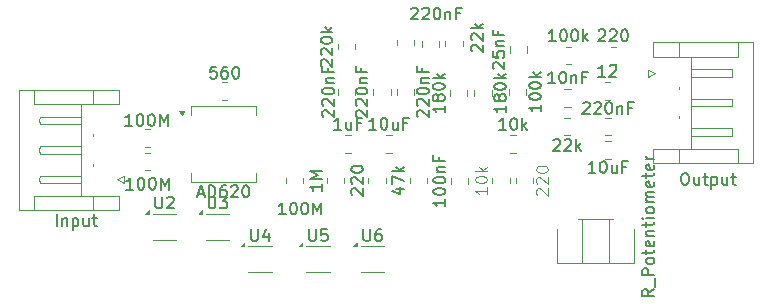
<source format=gbr>
%TF.GenerationSoftware,KiCad,Pcbnew,9.0.4*%
%TF.CreationDate,2025-09-27T14:14:02+05:30*%
%TF.ProjectId,EEG,4545472e-6b69-4636-9164-5f7063625858,rev?*%
%TF.SameCoordinates,Original*%
%TF.FileFunction,Legend,Top*%
%TF.FilePolarity,Positive*%
%FSLAX46Y46*%
G04 Gerber Fmt 4.6, Leading zero omitted, Abs format (unit mm)*
G04 Created by KiCad (PCBNEW 9.0.4) date 2025-09-27 14:14:02*
%MOMM*%
%LPD*%
G01*
G04 APERTURE LIST*
%ADD10C,0.125000*%
%ADD11C,0.150000*%
%ADD12C,0.120000*%
G04 APERTURE END LIST*
D10*
X148551357Y-87325594D02*
X148503738Y-87277975D01*
X148503738Y-87277975D02*
X148456119Y-87182737D01*
X148456119Y-87182737D02*
X148456119Y-86944642D01*
X148456119Y-86944642D02*
X148503738Y-86849404D01*
X148503738Y-86849404D02*
X148551357Y-86801785D01*
X148551357Y-86801785D02*
X148646595Y-86754166D01*
X148646595Y-86754166D02*
X148741833Y-86754166D01*
X148741833Y-86754166D02*
X148884690Y-86801785D01*
X148884690Y-86801785D02*
X149456119Y-87373213D01*
X149456119Y-87373213D02*
X149456119Y-86754166D01*
X148551357Y-86373213D02*
X148503738Y-86325594D01*
X148503738Y-86325594D02*
X148456119Y-86230356D01*
X148456119Y-86230356D02*
X148456119Y-85992261D01*
X148456119Y-85992261D02*
X148503738Y-85897023D01*
X148503738Y-85897023D02*
X148551357Y-85849404D01*
X148551357Y-85849404D02*
X148646595Y-85801785D01*
X148646595Y-85801785D02*
X148741833Y-85801785D01*
X148741833Y-85801785D02*
X148884690Y-85849404D01*
X148884690Y-85849404D02*
X149456119Y-86420832D01*
X149456119Y-86420832D02*
X149456119Y-85801785D01*
X148456119Y-85182737D02*
X148456119Y-85087499D01*
X148456119Y-85087499D02*
X148503738Y-84992261D01*
X148503738Y-84992261D02*
X148551357Y-84944642D01*
X148551357Y-84944642D02*
X148646595Y-84897023D01*
X148646595Y-84897023D02*
X148837071Y-84849404D01*
X148837071Y-84849404D02*
X149075166Y-84849404D01*
X149075166Y-84849404D02*
X149265642Y-84897023D01*
X149265642Y-84897023D02*
X149360880Y-84944642D01*
X149360880Y-84944642D02*
X149408500Y-84992261D01*
X149408500Y-84992261D02*
X149456119Y-85087499D01*
X149456119Y-85087499D02*
X149456119Y-85182737D01*
X149456119Y-85182737D02*
X149408500Y-85277975D01*
X149408500Y-85277975D02*
X149360880Y-85325594D01*
X149360880Y-85325594D02*
X149265642Y-85373213D01*
X149265642Y-85373213D02*
X149075166Y-85420832D01*
X149075166Y-85420832D02*
X148837071Y-85420832D01*
X148837071Y-85420832D02*
X148646595Y-85373213D01*
X148646595Y-85373213D02*
X148551357Y-85325594D01*
X148551357Y-85325594D02*
X148503738Y-85277975D01*
X148503738Y-85277975D02*
X148456119Y-85182737D01*
D11*
X140774819Y-87672619D02*
X140774819Y-88244047D01*
X140774819Y-87958333D02*
X139774819Y-87958333D01*
X139774819Y-87958333D02*
X139917676Y-88053571D01*
X139917676Y-88053571D02*
X140012914Y-88148809D01*
X140012914Y-88148809D02*
X140060533Y-88244047D01*
X139774819Y-87053571D02*
X139774819Y-86958333D01*
X139774819Y-86958333D02*
X139822438Y-86863095D01*
X139822438Y-86863095D02*
X139870057Y-86815476D01*
X139870057Y-86815476D02*
X139965295Y-86767857D01*
X139965295Y-86767857D02*
X140155771Y-86720238D01*
X140155771Y-86720238D02*
X140393866Y-86720238D01*
X140393866Y-86720238D02*
X140584342Y-86767857D01*
X140584342Y-86767857D02*
X140679580Y-86815476D01*
X140679580Y-86815476D02*
X140727200Y-86863095D01*
X140727200Y-86863095D02*
X140774819Y-86958333D01*
X140774819Y-86958333D02*
X140774819Y-87053571D01*
X140774819Y-87053571D02*
X140727200Y-87148809D01*
X140727200Y-87148809D02*
X140679580Y-87196428D01*
X140679580Y-87196428D02*
X140584342Y-87244047D01*
X140584342Y-87244047D02*
X140393866Y-87291666D01*
X140393866Y-87291666D02*
X140155771Y-87291666D01*
X140155771Y-87291666D02*
X139965295Y-87244047D01*
X139965295Y-87244047D02*
X139870057Y-87196428D01*
X139870057Y-87196428D02*
X139822438Y-87148809D01*
X139822438Y-87148809D02*
X139774819Y-87053571D01*
X139774819Y-86101190D02*
X139774819Y-86005952D01*
X139774819Y-86005952D02*
X139822438Y-85910714D01*
X139822438Y-85910714D02*
X139870057Y-85863095D01*
X139870057Y-85863095D02*
X139965295Y-85815476D01*
X139965295Y-85815476D02*
X140155771Y-85767857D01*
X140155771Y-85767857D02*
X140393866Y-85767857D01*
X140393866Y-85767857D02*
X140584342Y-85815476D01*
X140584342Y-85815476D02*
X140679580Y-85863095D01*
X140679580Y-85863095D02*
X140727200Y-85910714D01*
X140727200Y-85910714D02*
X140774819Y-86005952D01*
X140774819Y-86005952D02*
X140774819Y-86101190D01*
X140774819Y-86101190D02*
X140727200Y-86196428D01*
X140727200Y-86196428D02*
X140679580Y-86244047D01*
X140679580Y-86244047D02*
X140584342Y-86291666D01*
X140584342Y-86291666D02*
X140393866Y-86339285D01*
X140393866Y-86339285D02*
X140155771Y-86339285D01*
X140155771Y-86339285D02*
X139965295Y-86291666D01*
X139965295Y-86291666D02*
X139870057Y-86244047D01*
X139870057Y-86244047D02*
X139822438Y-86196428D01*
X139822438Y-86196428D02*
X139774819Y-86101190D01*
X140108152Y-85339285D02*
X140774819Y-85339285D01*
X140203390Y-85339285D02*
X140155771Y-85291666D01*
X140155771Y-85291666D02*
X140108152Y-85196428D01*
X140108152Y-85196428D02*
X140108152Y-85053571D01*
X140108152Y-85053571D02*
X140155771Y-84958333D01*
X140155771Y-84958333D02*
X140251009Y-84910714D01*
X140251009Y-84910714D02*
X140774819Y-84910714D01*
X140251009Y-84101190D02*
X140251009Y-84434523D01*
X140774819Y-84434523D02*
X139774819Y-84434523D01*
X139774819Y-84434523D02*
X139774819Y-83958333D01*
X150113571Y-74304819D02*
X149542143Y-74304819D01*
X149827857Y-74304819D02*
X149827857Y-73304819D01*
X149827857Y-73304819D02*
X149732619Y-73447676D01*
X149732619Y-73447676D02*
X149637381Y-73542914D01*
X149637381Y-73542914D02*
X149542143Y-73590533D01*
X150732619Y-73304819D02*
X150827857Y-73304819D01*
X150827857Y-73304819D02*
X150923095Y-73352438D01*
X150923095Y-73352438D02*
X150970714Y-73400057D01*
X150970714Y-73400057D02*
X151018333Y-73495295D01*
X151018333Y-73495295D02*
X151065952Y-73685771D01*
X151065952Y-73685771D02*
X151065952Y-73923866D01*
X151065952Y-73923866D02*
X151018333Y-74114342D01*
X151018333Y-74114342D02*
X150970714Y-74209580D01*
X150970714Y-74209580D02*
X150923095Y-74257200D01*
X150923095Y-74257200D02*
X150827857Y-74304819D01*
X150827857Y-74304819D02*
X150732619Y-74304819D01*
X150732619Y-74304819D02*
X150637381Y-74257200D01*
X150637381Y-74257200D02*
X150589762Y-74209580D01*
X150589762Y-74209580D02*
X150542143Y-74114342D01*
X150542143Y-74114342D02*
X150494524Y-73923866D01*
X150494524Y-73923866D02*
X150494524Y-73685771D01*
X150494524Y-73685771D02*
X150542143Y-73495295D01*
X150542143Y-73495295D02*
X150589762Y-73400057D01*
X150589762Y-73400057D02*
X150637381Y-73352438D01*
X150637381Y-73352438D02*
X150732619Y-73304819D01*
X151685000Y-73304819D02*
X151780238Y-73304819D01*
X151780238Y-73304819D02*
X151875476Y-73352438D01*
X151875476Y-73352438D02*
X151923095Y-73400057D01*
X151923095Y-73400057D02*
X151970714Y-73495295D01*
X151970714Y-73495295D02*
X152018333Y-73685771D01*
X152018333Y-73685771D02*
X152018333Y-73923866D01*
X152018333Y-73923866D02*
X151970714Y-74114342D01*
X151970714Y-74114342D02*
X151923095Y-74209580D01*
X151923095Y-74209580D02*
X151875476Y-74257200D01*
X151875476Y-74257200D02*
X151780238Y-74304819D01*
X151780238Y-74304819D02*
X151685000Y-74304819D01*
X151685000Y-74304819D02*
X151589762Y-74257200D01*
X151589762Y-74257200D02*
X151542143Y-74209580D01*
X151542143Y-74209580D02*
X151494524Y-74114342D01*
X151494524Y-74114342D02*
X151446905Y-73923866D01*
X151446905Y-73923866D02*
X151446905Y-73685771D01*
X151446905Y-73685771D02*
X151494524Y-73495295D01*
X151494524Y-73495295D02*
X151542143Y-73400057D01*
X151542143Y-73400057D02*
X151589762Y-73352438D01*
X151589762Y-73352438D02*
X151685000Y-73304819D01*
X152446905Y-74304819D02*
X152446905Y-73304819D01*
X152542143Y-73923866D02*
X152827857Y-74304819D01*
X152827857Y-73638152D02*
X152446905Y-74019104D01*
X130312557Y-76405356D02*
X130264938Y-76357737D01*
X130264938Y-76357737D02*
X130217319Y-76262499D01*
X130217319Y-76262499D02*
X130217319Y-76024404D01*
X130217319Y-76024404D02*
X130264938Y-75929166D01*
X130264938Y-75929166D02*
X130312557Y-75881547D01*
X130312557Y-75881547D02*
X130407795Y-75833928D01*
X130407795Y-75833928D02*
X130503033Y-75833928D01*
X130503033Y-75833928D02*
X130645890Y-75881547D01*
X130645890Y-75881547D02*
X131217319Y-76452975D01*
X131217319Y-76452975D02*
X131217319Y-75833928D01*
X130312557Y-75452975D02*
X130264938Y-75405356D01*
X130264938Y-75405356D02*
X130217319Y-75310118D01*
X130217319Y-75310118D02*
X130217319Y-75072023D01*
X130217319Y-75072023D02*
X130264938Y-74976785D01*
X130264938Y-74976785D02*
X130312557Y-74929166D01*
X130312557Y-74929166D02*
X130407795Y-74881547D01*
X130407795Y-74881547D02*
X130503033Y-74881547D01*
X130503033Y-74881547D02*
X130645890Y-74929166D01*
X130645890Y-74929166D02*
X131217319Y-75500594D01*
X131217319Y-75500594D02*
X131217319Y-74881547D01*
X130217319Y-74262499D02*
X130217319Y-74167261D01*
X130217319Y-74167261D02*
X130264938Y-74072023D01*
X130264938Y-74072023D02*
X130312557Y-74024404D01*
X130312557Y-74024404D02*
X130407795Y-73976785D01*
X130407795Y-73976785D02*
X130598271Y-73929166D01*
X130598271Y-73929166D02*
X130836366Y-73929166D01*
X130836366Y-73929166D02*
X131026842Y-73976785D01*
X131026842Y-73976785D02*
X131122080Y-74024404D01*
X131122080Y-74024404D02*
X131169700Y-74072023D01*
X131169700Y-74072023D02*
X131217319Y-74167261D01*
X131217319Y-74167261D02*
X131217319Y-74262499D01*
X131217319Y-74262499D02*
X131169700Y-74357737D01*
X131169700Y-74357737D02*
X131122080Y-74405356D01*
X131122080Y-74405356D02*
X131026842Y-74452975D01*
X131026842Y-74452975D02*
X130836366Y-74500594D01*
X130836366Y-74500594D02*
X130598271Y-74500594D01*
X130598271Y-74500594D02*
X130407795Y-74452975D01*
X130407795Y-74452975D02*
X130312557Y-74405356D01*
X130312557Y-74405356D02*
X130264938Y-74357737D01*
X130264938Y-74357737D02*
X130217319Y-74262499D01*
X131217319Y-73500594D02*
X130217319Y-73500594D01*
X130836366Y-73405356D02*
X131217319Y-73119642D01*
X130550652Y-73119642D02*
X130931604Y-73500594D01*
X124338095Y-90204819D02*
X124338095Y-91014342D01*
X124338095Y-91014342D02*
X124385714Y-91109580D01*
X124385714Y-91109580D02*
X124433333Y-91157200D01*
X124433333Y-91157200D02*
X124528571Y-91204819D01*
X124528571Y-91204819D02*
X124719047Y-91204819D01*
X124719047Y-91204819D02*
X124814285Y-91157200D01*
X124814285Y-91157200D02*
X124861904Y-91109580D01*
X124861904Y-91109580D02*
X124909523Y-91014342D01*
X124909523Y-91014342D02*
X124909523Y-90204819D01*
X125814285Y-90538152D02*
X125814285Y-91204819D01*
X125576190Y-90157200D02*
X125338095Y-90871485D01*
X125338095Y-90871485D02*
X125957142Y-90871485D01*
X138452557Y-80706547D02*
X138404938Y-80658928D01*
X138404938Y-80658928D02*
X138357319Y-80563690D01*
X138357319Y-80563690D02*
X138357319Y-80325595D01*
X138357319Y-80325595D02*
X138404938Y-80230357D01*
X138404938Y-80230357D02*
X138452557Y-80182738D01*
X138452557Y-80182738D02*
X138547795Y-80135119D01*
X138547795Y-80135119D02*
X138643033Y-80135119D01*
X138643033Y-80135119D02*
X138785890Y-80182738D01*
X138785890Y-80182738D02*
X139357319Y-80754166D01*
X139357319Y-80754166D02*
X139357319Y-80135119D01*
X138452557Y-79754166D02*
X138404938Y-79706547D01*
X138404938Y-79706547D02*
X138357319Y-79611309D01*
X138357319Y-79611309D02*
X138357319Y-79373214D01*
X138357319Y-79373214D02*
X138404938Y-79277976D01*
X138404938Y-79277976D02*
X138452557Y-79230357D01*
X138452557Y-79230357D02*
X138547795Y-79182738D01*
X138547795Y-79182738D02*
X138643033Y-79182738D01*
X138643033Y-79182738D02*
X138785890Y-79230357D01*
X138785890Y-79230357D02*
X139357319Y-79801785D01*
X139357319Y-79801785D02*
X139357319Y-79182738D01*
X138357319Y-78563690D02*
X138357319Y-78468452D01*
X138357319Y-78468452D02*
X138404938Y-78373214D01*
X138404938Y-78373214D02*
X138452557Y-78325595D01*
X138452557Y-78325595D02*
X138547795Y-78277976D01*
X138547795Y-78277976D02*
X138738271Y-78230357D01*
X138738271Y-78230357D02*
X138976366Y-78230357D01*
X138976366Y-78230357D02*
X139166842Y-78277976D01*
X139166842Y-78277976D02*
X139262080Y-78325595D01*
X139262080Y-78325595D02*
X139309700Y-78373214D01*
X139309700Y-78373214D02*
X139357319Y-78468452D01*
X139357319Y-78468452D02*
X139357319Y-78563690D01*
X139357319Y-78563690D02*
X139309700Y-78658928D01*
X139309700Y-78658928D02*
X139262080Y-78706547D01*
X139262080Y-78706547D02*
X139166842Y-78754166D01*
X139166842Y-78754166D02*
X138976366Y-78801785D01*
X138976366Y-78801785D02*
X138738271Y-78801785D01*
X138738271Y-78801785D02*
X138547795Y-78754166D01*
X138547795Y-78754166D02*
X138452557Y-78706547D01*
X138452557Y-78706547D02*
X138404938Y-78658928D01*
X138404938Y-78658928D02*
X138357319Y-78563690D01*
X138690652Y-77801785D02*
X139357319Y-77801785D01*
X138785890Y-77801785D02*
X138738271Y-77754166D01*
X138738271Y-77754166D02*
X138690652Y-77658928D01*
X138690652Y-77658928D02*
X138690652Y-77516071D01*
X138690652Y-77516071D02*
X138738271Y-77420833D01*
X138738271Y-77420833D02*
X138833509Y-77373214D01*
X138833509Y-77373214D02*
X139357319Y-77373214D01*
X138833509Y-76563690D02*
X138833509Y-76897023D01*
X139357319Y-76897023D02*
X138357319Y-76897023D01*
X138357319Y-76897023D02*
X138357319Y-76420833D01*
D10*
X144306119Y-86682738D02*
X144306119Y-87254166D01*
X144306119Y-86968452D02*
X143306119Y-86968452D01*
X143306119Y-86968452D02*
X143448976Y-87063690D01*
X143448976Y-87063690D02*
X143544214Y-87158928D01*
X143544214Y-87158928D02*
X143591833Y-87254166D01*
X143306119Y-86063690D02*
X143306119Y-85968452D01*
X143306119Y-85968452D02*
X143353738Y-85873214D01*
X143353738Y-85873214D02*
X143401357Y-85825595D01*
X143401357Y-85825595D02*
X143496595Y-85777976D01*
X143496595Y-85777976D02*
X143687071Y-85730357D01*
X143687071Y-85730357D02*
X143925166Y-85730357D01*
X143925166Y-85730357D02*
X144115642Y-85777976D01*
X144115642Y-85777976D02*
X144210880Y-85825595D01*
X144210880Y-85825595D02*
X144258500Y-85873214D01*
X144258500Y-85873214D02*
X144306119Y-85968452D01*
X144306119Y-85968452D02*
X144306119Y-86063690D01*
X144306119Y-86063690D02*
X144258500Y-86158928D01*
X144258500Y-86158928D02*
X144210880Y-86206547D01*
X144210880Y-86206547D02*
X144115642Y-86254166D01*
X144115642Y-86254166D02*
X143925166Y-86301785D01*
X143925166Y-86301785D02*
X143687071Y-86301785D01*
X143687071Y-86301785D02*
X143496595Y-86254166D01*
X143496595Y-86254166D02*
X143401357Y-86206547D01*
X143401357Y-86206547D02*
X143353738Y-86158928D01*
X143353738Y-86158928D02*
X143306119Y-86063690D01*
X144306119Y-85301785D02*
X143306119Y-85301785D01*
X143925166Y-85206547D02*
X144306119Y-84920833D01*
X143639452Y-84920833D02*
X144020404Y-85301785D01*
D11*
X121373214Y-76454819D02*
X120897024Y-76454819D01*
X120897024Y-76454819D02*
X120849405Y-76931009D01*
X120849405Y-76931009D02*
X120897024Y-76883390D01*
X120897024Y-76883390D02*
X120992262Y-76835771D01*
X120992262Y-76835771D02*
X121230357Y-76835771D01*
X121230357Y-76835771D02*
X121325595Y-76883390D01*
X121325595Y-76883390D02*
X121373214Y-76931009D01*
X121373214Y-76931009D02*
X121420833Y-77026247D01*
X121420833Y-77026247D02*
X121420833Y-77264342D01*
X121420833Y-77264342D02*
X121373214Y-77359580D01*
X121373214Y-77359580D02*
X121325595Y-77407200D01*
X121325595Y-77407200D02*
X121230357Y-77454819D01*
X121230357Y-77454819D02*
X120992262Y-77454819D01*
X120992262Y-77454819D02*
X120897024Y-77407200D01*
X120897024Y-77407200D02*
X120849405Y-77359580D01*
X122277976Y-76454819D02*
X122087500Y-76454819D01*
X122087500Y-76454819D02*
X121992262Y-76502438D01*
X121992262Y-76502438D02*
X121944643Y-76550057D01*
X121944643Y-76550057D02*
X121849405Y-76692914D01*
X121849405Y-76692914D02*
X121801786Y-76883390D01*
X121801786Y-76883390D02*
X121801786Y-77264342D01*
X121801786Y-77264342D02*
X121849405Y-77359580D01*
X121849405Y-77359580D02*
X121897024Y-77407200D01*
X121897024Y-77407200D02*
X121992262Y-77454819D01*
X121992262Y-77454819D02*
X122182738Y-77454819D01*
X122182738Y-77454819D02*
X122277976Y-77407200D01*
X122277976Y-77407200D02*
X122325595Y-77359580D01*
X122325595Y-77359580D02*
X122373214Y-77264342D01*
X122373214Y-77264342D02*
X122373214Y-77026247D01*
X122373214Y-77026247D02*
X122325595Y-76931009D01*
X122325595Y-76931009D02*
X122277976Y-76883390D01*
X122277976Y-76883390D02*
X122182738Y-76835771D01*
X122182738Y-76835771D02*
X121992262Y-76835771D01*
X121992262Y-76835771D02*
X121897024Y-76883390D01*
X121897024Y-76883390D02*
X121849405Y-76931009D01*
X121849405Y-76931009D02*
X121801786Y-77026247D01*
X122992262Y-76454819D02*
X123087500Y-76454819D01*
X123087500Y-76454819D02*
X123182738Y-76502438D01*
X123182738Y-76502438D02*
X123230357Y-76550057D01*
X123230357Y-76550057D02*
X123277976Y-76645295D01*
X123277976Y-76645295D02*
X123325595Y-76835771D01*
X123325595Y-76835771D02*
X123325595Y-77073866D01*
X123325595Y-77073866D02*
X123277976Y-77264342D01*
X123277976Y-77264342D02*
X123230357Y-77359580D01*
X123230357Y-77359580D02*
X123182738Y-77407200D01*
X123182738Y-77407200D02*
X123087500Y-77454819D01*
X123087500Y-77454819D02*
X122992262Y-77454819D01*
X122992262Y-77454819D02*
X122897024Y-77407200D01*
X122897024Y-77407200D02*
X122849405Y-77359580D01*
X122849405Y-77359580D02*
X122801786Y-77264342D01*
X122801786Y-77264342D02*
X122754167Y-77073866D01*
X122754167Y-77073866D02*
X122754167Y-76835771D01*
X122754167Y-76835771D02*
X122801786Y-76645295D01*
X122801786Y-76645295D02*
X122849405Y-76550057D01*
X122849405Y-76550057D02*
X122897024Y-76502438D01*
X122897024Y-76502438D02*
X122992262Y-76454819D01*
X116238095Y-87454819D02*
X116238095Y-88264342D01*
X116238095Y-88264342D02*
X116285714Y-88359580D01*
X116285714Y-88359580D02*
X116333333Y-88407200D01*
X116333333Y-88407200D02*
X116428571Y-88454819D01*
X116428571Y-88454819D02*
X116619047Y-88454819D01*
X116619047Y-88454819D02*
X116714285Y-88407200D01*
X116714285Y-88407200D02*
X116761904Y-88359580D01*
X116761904Y-88359580D02*
X116809523Y-88264342D01*
X116809523Y-88264342D02*
X116809523Y-87454819D01*
X117238095Y-87550057D02*
X117285714Y-87502438D01*
X117285714Y-87502438D02*
X117380952Y-87454819D01*
X117380952Y-87454819D02*
X117619047Y-87454819D01*
X117619047Y-87454819D02*
X117714285Y-87502438D01*
X117714285Y-87502438D02*
X117761904Y-87550057D01*
X117761904Y-87550057D02*
X117809523Y-87645295D01*
X117809523Y-87645295D02*
X117809523Y-87740533D01*
X117809523Y-87740533D02*
X117761904Y-87883390D01*
X117761904Y-87883390D02*
X117190476Y-88454819D01*
X117190476Y-88454819D02*
X117809523Y-88454819D01*
X145904761Y-81804819D02*
X145333333Y-81804819D01*
X145619047Y-81804819D02*
X145619047Y-80804819D01*
X145619047Y-80804819D02*
X145523809Y-80947676D01*
X145523809Y-80947676D02*
X145428571Y-81042914D01*
X145428571Y-81042914D02*
X145333333Y-81090533D01*
X146523809Y-80804819D02*
X146619047Y-80804819D01*
X146619047Y-80804819D02*
X146714285Y-80852438D01*
X146714285Y-80852438D02*
X146761904Y-80900057D01*
X146761904Y-80900057D02*
X146809523Y-80995295D01*
X146809523Y-80995295D02*
X146857142Y-81185771D01*
X146857142Y-81185771D02*
X146857142Y-81423866D01*
X146857142Y-81423866D02*
X146809523Y-81614342D01*
X146809523Y-81614342D02*
X146761904Y-81709580D01*
X146761904Y-81709580D02*
X146714285Y-81757200D01*
X146714285Y-81757200D02*
X146619047Y-81804819D01*
X146619047Y-81804819D02*
X146523809Y-81804819D01*
X146523809Y-81804819D02*
X146428571Y-81757200D01*
X146428571Y-81757200D02*
X146380952Y-81709580D01*
X146380952Y-81709580D02*
X146333333Y-81614342D01*
X146333333Y-81614342D02*
X146285714Y-81423866D01*
X146285714Y-81423866D02*
X146285714Y-81185771D01*
X146285714Y-81185771D02*
X146333333Y-80995295D01*
X146333333Y-80995295D02*
X146380952Y-80900057D01*
X146380952Y-80900057D02*
X146428571Y-80852438D01*
X146428571Y-80852438D02*
X146523809Y-80804819D01*
X147285714Y-81804819D02*
X147285714Y-80804819D01*
X147380952Y-81423866D02*
X147666666Y-81804819D01*
X147666666Y-81138152D02*
X147285714Y-81519104D01*
X127251904Y-88954819D02*
X126680476Y-88954819D01*
X126966190Y-88954819D02*
X126966190Y-87954819D01*
X126966190Y-87954819D02*
X126870952Y-88097676D01*
X126870952Y-88097676D02*
X126775714Y-88192914D01*
X126775714Y-88192914D02*
X126680476Y-88240533D01*
X127870952Y-87954819D02*
X127966190Y-87954819D01*
X127966190Y-87954819D02*
X128061428Y-88002438D01*
X128061428Y-88002438D02*
X128109047Y-88050057D01*
X128109047Y-88050057D02*
X128156666Y-88145295D01*
X128156666Y-88145295D02*
X128204285Y-88335771D01*
X128204285Y-88335771D02*
X128204285Y-88573866D01*
X128204285Y-88573866D02*
X128156666Y-88764342D01*
X128156666Y-88764342D02*
X128109047Y-88859580D01*
X128109047Y-88859580D02*
X128061428Y-88907200D01*
X128061428Y-88907200D02*
X127966190Y-88954819D01*
X127966190Y-88954819D02*
X127870952Y-88954819D01*
X127870952Y-88954819D02*
X127775714Y-88907200D01*
X127775714Y-88907200D02*
X127728095Y-88859580D01*
X127728095Y-88859580D02*
X127680476Y-88764342D01*
X127680476Y-88764342D02*
X127632857Y-88573866D01*
X127632857Y-88573866D02*
X127632857Y-88335771D01*
X127632857Y-88335771D02*
X127680476Y-88145295D01*
X127680476Y-88145295D02*
X127728095Y-88050057D01*
X127728095Y-88050057D02*
X127775714Y-88002438D01*
X127775714Y-88002438D02*
X127870952Y-87954819D01*
X128823333Y-87954819D02*
X128918571Y-87954819D01*
X128918571Y-87954819D02*
X129013809Y-88002438D01*
X129013809Y-88002438D02*
X129061428Y-88050057D01*
X129061428Y-88050057D02*
X129109047Y-88145295D01*
X129109047Y-88145295D02*
X129156666Y-88335771D01*
X129156666Y-88335771D02*
X129156666Y-88573866D01*
X129156666Y-88573866D02*
X129109047Y-88764342D01*
X129109047Y-88764342D02*
X129061428Y-88859580D01*
X129061428Y-88859580D02*
X129013809Y-88907200D01*
X129013809Y-88907200D02*
X128918571Y-88954819D01*
X128918571Y-88954819D02*
X128823333Y-88954819D01*
X128823333Y-88954819D02*
X128728095Y-88907200D01*
X128728095Y-88907200D02*
X128680476Y-88859580D01*
X128680476Y-88859580D02*
X128632857Y-88764342D01*
X128632857Y-88764342D02*
X128585238Y-88573866D01*
X128585238Y-88573866D02*
X128585238Y-88335771D01*
X128585238Y-88335771D02*
X128632857Y-88145295D01*
X128632857Y-88145295D02*
X128680476Y-88050057D01*
X128680476Y-88050057D02*
X128728095Y-88002438D01*
X128728095Y-88002438D02*
X128823333Y-87954819D01*
X129585238Y-88954819D02*
X129585238Y-87954819D01*
X129585238Y-87954819D02*
X129918571Y-88669104D01*
X129918571Y-88669104D02*
X130251904Y-87954819D01*
X130251904Y-87954819D02*
X130251904Y-88954819D01*
X107857143Y-89954819D02*
X107857143Y-88954819D01*
X108333333Y-89288152D02*
X108333333Y-89954819D01*
X108333333Y-89383390D02*
X108380952Y-89335771D01*
X108380952Y-89335771D02*
X108476190Y-89288152D01*
X108476190Y-89288152D02*
X108619047Y-89288152D01*
X108619047Y-89288152D02*
X108714285Y-89335771D01*
X108714285Y-89335771D02*
X108761904Y-89431009D01*
X108761904Y-89431009D02*
X108761904Y-89954819D01*
X109238095Y-89288152D02*
X109238095Y-90288152D01*
X109238095Y-89335771D02*
X109333333Y-89288152D01*
X109333333Y-89288152D02*
X109523809Y-89288152D01*
X109523809Y-89288152D02*
X109619047Y-89335771D01*
X109619047Y-89335771D02*
X109666666Y-89383390D01*
X109666666Y-89383390D02*
X109714285Y-89478628D01*
X109714285Y-89478628D02*
X109714285Y-89764342D01*
X109714285Y-89764342D02*
X109666666Y-89859580D01*
X109666666Y-89859580D02*
X109619047Y-89907200D01*
X109619047Y-89907200D02*
X109523809Y-89954819D01*
X109523809Y-89954819D02*
X109333333Y-89954819D01*
X109333333Y-89954819D02*
X109238095Y-89907200D01*
X110571428Y-89288152D02*
X110571428Y-89954819D01*
X110142857Y-89288152D02*
X110142857Y-89811961D01*
X110142857Y-89811961D02*
X110190476Y-89907200D01*
X110190476Y-89907200D02*
X110285714Y-89954819D01*
X110285714Y-89954819D02*
X110428571Y-89954819D01*
X110428571Y-89954819D02*
X110523809Y-89907200D01*
X110523809Y-89907200D02*
X110571428Y-89859580D01*
X110904762Y-89288152D02*
X111285714Y-89288152D01*
X111047619Y-88954819D02*
X111047619Y-89811961D01*
X111047619Y-89811961D02*
X111095238Y-89907200D01*
X111095238Y-89907200D02*
X111190476Y-89954819D01*
X111190476Y-89954819D02*
X111285714Y-89954819D01*
X129238095Y-90204819D02*
X129238095Y-91014342D01*
X129238095Y-91014342D02*
X129285714Y-91109580D01*
X129285714Y-91109580D02*
X129333333Y-91157200D01*
X129333333Y-91157200D02*
X129428571Y-91204819D01*
X129428571Y-91204819D02*
X129619047Y-91204819D01*
X129619047Y-91204819D02*
X129714285Y-91157200D01*
X129714285Y-91157200D02*
X129761904Y-91109580D01*
X129761904Y-91109580D02*
X129809523Y-91014342D01*
X129809523Y-91014342D02*
X129809523Y-90204819D01*
X130761904Y-90204819D02*
X130285714Y-90204819D01*
X130285714Y-90204819D02*
X130238095Y-90681009D01*
X130238095Y-90681009D02*
X130285714Y-90633390D01*
X130285714Y-90633390D02*
X130380952Y-90585771D01*
X130380952Y-90585771D02*
X130619047Y-90585771D01*
X130619047Y-90585771D02*
X130714285Y-90633390D01*
X130714285Y-90633390D02*
X130761904Y-90681009D01*
X130761904Y-90681009D02*
X130809523Y-90776247D01*
X130809523Y-90776247D02*
X130809523Y-91014342D01*
X130809523Y-91014342D02*
X130761904Y-91109580D01*
X130761904Y-91109580D02*
X130714285Y-91157200D01*
X130714285Y-91157200D02*
X130619047Y-91204819D01*
X130619047Y-91204819D02*
X130380952Y-91204819D01*
X130380952Y-91204819D02*
X130285714Y-91157200D01*
X130285714Y-91157200D02*
X130238095Y-91109580D01*
X132900057Y-87325594D02*
X132852438Y-87277975D01*
X132852438Y-87277975D02*
X132804819Y-87182737D01*
X132804819Y-87182737D02*
X132804819Y-86944642D01*
X132804819Y-86944642D02*
X132852438Y-86849404D01*
X132852438Y-86849404D02*
X132900057Y-86801785D01*
X132900057Y-86801785D02*
X132995295Y-86754166D01*
X132995295Y-86754166D02*
X133090533Y-86754166D01*
X133090533Y-86754166D02*
X133233390Y-86801785D01*
X133233390Y-86801785D02*
X133804819Y-87373213D01*
X133804819Y-87373213D02*
X133804819Y-86754166D01*
X132900057Y-86373213D02*
X132852438Y-86325594D01*
X132852438Y-86325594D02*
X132804819Y-86230356D01*
X132804819Y-86230356D02*
X132804819Y-85992261D01*
X132804819Y-85992261D02*
X132852438Y-85897023D01*
X132852438Y-85897023D02*
X132900057Y-85849404D01*
X132900057Y-85849404D02*
X132995295Y-85801785D01*
X132995295Y-85801785D02*
X133090533Y-85801785D01*
X133090533Y-85801785D02*
X133233390Y-85849404D01*
X133233390Y-85849404D02*
X133804819Y-86420832D01*
X133804819Y-86420832D02*
X133804819Y-85801785D01*
X132804819Y-85182737D02*
X132804819Y-85087499D01*
X132804819Y-85087499D02*
X132852438Y-84992261D01*
X132852438Y-84992261D02*
X132900057Y-84944642D01*
X132900057Y-84944642D02*
X132995295Y-84897023D01*
X132995295Y-84897023D02*
X133185771Y-84849404D01*
X133185771Y-84849404D02*
X133423866Y-84849404D01*
X133423866Y-84849404D02*
X133614342Y-84897023D01*
X133614342Y-84897023D02*
X133709580Y-84944642D01*
X133709580Y-84944642D02*
X133757200Y-84992261D01*
X133757200Y-84992261D02*
X133804819Y-85087499D01*
X133804819Y-85087499D02*
X133804819Y-85182737D01*
X133804819Y-85182737D02*
X133757200Y-85277975D01*
X133757200Y-85277975D02*
X133709580Y-85325594D01*
X133709580Y-85325594D02*
X133614342Y-85373213D01*
X133614342Y-85373213D02*
X133423866Y-85420832D01*
X133423866Y-85420832D02*
X133185771Y-85420832D01*
X133185771Y-85420832D02*
X132995295Y-85373213D01*
X132995295Y-85373213D02*
X132900057Y-85325594D01*
X132900057Y-85325594D02*
X132852438Y-85277975D01*
X132852438Y-85277975D02*
X132804819Y-85182737D01*
X149920833Y-82700057D02*
X149968452Y-82652438D01*
X149968452Y-82652438D02*
X150063690Y-82604819D01*
X150063690Y-82604819D02*
X150301785Y-82604819D01*
X150301785Y-82604819D02*
X150397023Y-82652438D01*
X150397023Y-82652438D02*
X150444642Y-82700057D01*
X150444642Y-82700057D02*
X150492261Y-82795295D01*
X150492261Y-82795295D02*
X150492261Y-82890533D01*
X150492261Y-82890533D02*
X150444642Y-83033390D01*
X150444642Y-83033390D02*
X149873214Y-83604819D01*
X149873214Y-83604819D02*
X150492261Y-83604819D01*
X150873214Y-82700057D02*
X150920833Y-82652438D01*
X150920833Y-82652438D02*
X151016071Y-82604819D01*
X151016071Y-82604819D02*
X151254166Y-82604819D01*
X151254166Y-82604819D02*
X151349404Y-82652438D01*
X151349404Y-82652438D02*
X151397023Y-82700057D01*
X151397023Y-82700057D02*
X151444642Y-82795295D01*
X151444642Y-82795295D02*
X151444642Y-82890533D01*
X151444642Y-82890533D02*
X151397023Y-83033390D01*
X151397023Y-83033390D02*
X150825595Y-83604819D01*
X150825595Y-83604819D02*
X151444642Y-83604819D01*
X151873214Y-83604819D02*
X151873214Y-82604819D01*
X151968452Y-83223866D02*
X152254166Y-83604819D01*
X152254166Y-82938152D02*
X151873214Y-83319104D01*
X130304819Y-86373214D02*
X130304819Y-86944642D01*
X130304819Y-86658928D02*
X129304819Y-86658928D01*
X129304819Y-86658928D02*
X129447676Y-86754166D01*
X129447676Y-86754166D02*
X129542914Y-86849404D01*
X129542914Y-86849404D02*
X129590533Y-86944642D01*
X130304819Y-85944642D02*
X129304819Y-85944642D01*
X129304819Y-85944642D02*
X130019104Y-85611309D01*
X130019104Y-85611309D02*
X129304819Y-85277976D01*
X129304819Y-85277976D02*
X130304819Y-85277976D01*
X144870057Y-76642856D02*
X144822438Y-76595237D01*
X144822438Y-76595237D02*
X144774819Y-76499999D01*
X144774819Y-76499999D02*
X144774819Y-76261904D01*
X144774819Y-76261904D02*
X144822438Y-76166666D01*
X144822438Y-76166666D02*
X144870057Y-76119047D01*
X144870057Y-76119047D02*
X144965295Y-76071428D01*
X144965295Y-76071428D02*
X145060533Y-76071428D01*
X145060533Y-76071428D02*
X145203390Y-76119047D01*
X145203390Y-76119047D02*
X145774819Y-76690475D01*
X145774819Y-76690475D02*
X145774819Y-76071428D01*
X144774819Y-75166666D02*
X144774819Y-75642856D01*
X144774819Y-75642856D02*
X145251009Y-75690475D01*
X145251009Y-75690475D02*
X145203390Y-75642856D01*
X145203390Y-75642856D02*
X145155771Y-75547618D01*
X145155771Y-75547618D02*
X145155771Y-75309523D01*
X145155771Y-75309523D02*
X145203390Y-75214285D01*
X145203390Y-75214285D02*
X145251009Y-75166666D01*
X145251009Y-75166666D02*
X145346247Y-75119047D01*
X145346247Y-75119047D02*
X145584342Y-75119047D01*
X145584342Y-75119047D02*
X145679580Y-75166666D01*
X145679580Y-75166666D02*
X145727200Y-75214285D01*
X145727200Y-75214285D02*
X145774819Y-75309523D01*
X145774819Y-75309523D02*
X145774819Y-75547618D01*
X145774819Y-75547618D02*
X145727200Y-75642856D01*
X145727200Y-75642856D02*
X145679580Y-75690475D01*
X145108152Y-74690475D02*
X145774819Y-74690475D01*
X145203390Y-74690475D02*
X145155771Y-74642856D01*
X145155771Y-74642856D02*
X145108152Y-74547618D01*
X145108152Y-74547618D02*
X145108152Y-74404761D01*
X145108152Y-74404761D02*
X145155771Y-74309523D01*
X145155771Y-74309523D02*
X145251009Y-74261904D01*
X145251009Y-74261904D02*
X145774819Y-74261904D01*
X145251009Y-73452380D02*
X145251009Y-73785713D01*
X145774819Y-73785713D02*
X144774819Y-73785713D01*
X144774819Y-73785713D02*
X144774819Y-73309523D01*
X134928571Y-81774819D02*
X134357143Y-81774819D01*
X134642857Y-81774819D02*
X134642857Y-80774819D01*
X134642857Y-80774819D02*
X134547619Y-80917676D01*
X134547619Y-80917676D02*
X134452381Y-81012914D01*
X134452381Y-81012914D02*
X134357143Y-81060533D01*
X135547619Y-80774819D02*
X135642857Y-80774819D01*
X135642857Y-80774819D02*
X135738095Y-80822438D01*
X135738095Y-80822438D02*
X135785714Y-80870057D01*
X135785714Y-80870057D02*
X135833333Y-80965295D01*
X135833333Y-80965295D02*
X135880952Y-81155771D01*
X135880952Y-81155771D02*
X135880952Y-81393866D01*
X135880952Y-81393866D02*
X135833333Y-81584342D01*
X135833333Y-81584342D02*
X135785714Y-81679580D01*
X135785714Y-81679580D02*
X135738095Y-81727200D01*
X135738095Y-81727200D02*
X135642857Y-81774819D01*
X135642857Y-81774819D02*
X135547619Y-81774819D01*
X135547619Y-81774819D02*
X135452381Y-81727200D01*
X135452381Y-81727200D02*
X135404762Y-81679580D01*
X135404762Y-81679580D02*
X135357143Y-81584342D01*
X135357143Y-81584342D02*
X135309524Y-81393866D01*
X135309524Y-81393866D02*
X135309524Y-81155771D01*
X135309524Y-81155771D02*
X135357143Y-80965295D01*
X135357143Y-80965295D02*
X135404762Y-80870057D01*
X135404762Y-80870057D02*
X135452381Y-80822438D01*
X135452381Y-80822438D02*
X135547619Y-80774819D01*
X136738095Y-81108152D02*
X136738095Y-81774819D01*
X136309524Y-81108152D02*
X136309524Y-81631961D01*
X136309524Y-81631961D02*
X136357143Y-81727200D01*
X136357143Y-81727200D02*
X136452381Y-81774819D01*
X136452381Y-81774819D02*
X136595238Y-81774819D01*
X136595238Y-81774819D02*
X136690476Y-81727200D01*
X136690476Y-81727200D02*
X136738095Y-81679580D01*
X137547619Y-81251009D02*
X137214286Y-81251009D01*
X137214286Y-81774819D02*
X137214286Y-80774819D01*
X137214286Y-80774819D02*
X137690476Y-80774819D01*
X145907319Y-79753928D02*
X145907319Y-80325356D01*
X145907319Y-80039642D02*
X144907319Y-80039642D01*
X144907319Y-80039642D02*
X145050176Y-80134880D01*
X145050176Y-80134880D02*
X145145414Y-80230118D01*
X145145414Y-80230118D02*
X145193033Y-80325356D01*
X145335890Y-79182499D02*
X145288271Y-79277737D01*
X145288271Y-79277737D02*
X145240652Y-79325356D01*
X145240652Y-79325356D02*
X145145414Y-79372975D01*
X145145414Y-79372975D02*
X145097795Y-79372975D01*
X145097795Y-79372975D02*
X145002557Y-79325356D01*
X145002557Y-79325356D02*
X144954938Y-79277737D01*
X144954938Y-79277737D02*
X144907319Y-79182499D01*
X144907319Y-79182499D02*
X144907319Y-78992023D01*
X144907319Y-78992023D02*
X144954938Y-78896785D01*
X144954938Y-78896785D02*
X145002557Y-78849166D01*
X145002557Y-78849166D02*
X145097795Y-78801547D01*
X145097795Y-78801547D02*
X145145414Y-78801547D01*
X145145414Y-78801547D02*
X145240652Y-78849166D01*
X145240652Y-78849166D02*
X145288271Y-78896785D01*
X145288271Y-78896785D02*
X145335890Y-78992023D01*
X145335890Y-78992023D02*
X145335890Y-79182499D01*
X145335890Y-79182499D02*
X145383509Y-79277737D01*
X145383509Y-79277737D02*
X145431128Y-79325356D01*
X145431128Y-79325356D02*
X145526366Y-79372975D01*
X145526366Y-79372975D02*
X145716842Y-79372975D01*
X145716842Y-79372975D02*
X145812080Y-79325356D01*
X145812080Y-79325356D02*
X145859700Y-79277737D01*
X145859700Y-79277737D02*
X145907319Y-79182499D01*
X145907319Y-79182499D02*
X145907319Y-78992023D01*
X145907319Y-78992023D02*
X145859700Y-78896785D01*
X145859700Y-78896785D02*
X145812080Y-78849166D01*
X145812080Y-78849166D02*
X145716842Y-78801547D01*
X145716842Y-78801547D02*
X145526366Y-78801547D01*
X145526366Y-78801547D02*
X145431128Y-78849166D01*
X145431128Y-78849166D02*
X145383509Y-78896785D01*
X145383509Y-78896785D02*
X145335890Y-78992023D01*
X144907319Y-78182499D02*
X144907319Y-78087261D01*
X144907319Y-78087261D02*
X144954938Y-77992023D01*
X144954938Y-77992023D02*
X145002557Y-77944404D01*
X145002557Y-77944404D02*
X145097795Y-77896785D01*
X145097795Y-77896785D02*
X145288271Y-77849166D01*
X145288271Y-77849166D02*
X145526366Y-77849166D01*
X145526366Y-77849166D02*
X145716842Y-77896785D01*
X145716842Y-77896785D02*
X145812080Y-77944404D01*
X145812080Y-77944404D02*
X145859700Y-77992023D01*
X145859700Y-77992023D02*
X145907319Y-78087261D01*
X145907319Y-78087261D02*
X145907319Y-78182499D01*
X145907319Y-78182499D02*
X145859700Y-78277737D01*
X145859700Y-78277737D02*
X145812080Y-78325356D01*
X145812080Y-78325356D02*
X145716842Y-78372975D01*
X145716842Y-78372975D02*
X145526366Y-78420594D01*
X145526366Y-78420594D02*
X145288271Y-78420594D01*
X145288271Y-78420594D02*
X145097795Y-78372975D01*
X145097795Y-78372975D02*
X145002557Y-78325356D01*
X145002557Y-78325356D02*
X144954938Y-78277737D01*
X144954938Y-78277737D02*
X144907319Y-78182499D01*
X145907319Y-77420594D02*
X144907319Y-77420594D01*
X145526366Y-77325356D02*
X145907319Y-77039642D01*
X145240652Y-77039642D02*
X145621604Y-77420594D01*
X119833333Y-87219104D02*
X120309523Y-87219104D01*
X119738095Y-87504819D02*
X120071428Y-86504819D01*
X120071428Y-86504819D02*
X120404761Y-87504819D01*
X120738095Y-87504819D02*
X120738095Y-86504819D01*
X120738095Y-86504819D02*
X120976190Y-86504819D01*
X120976190Y-86504819D02*
X121119047Y-86552438D01*
X121119047Y-86552438D02*
X121214285Y-86647676D01*
X121214285Y-86647676D02*
X121261904Y-86742914D01*
X121261904Y-86742914D02*
X121309523Y-86933390D01*
X121309523Y-86933390D02*
X121309523Y-87076247D01*
X121309523Y-87076247D02*
X121261904Y-87266723D01*
X121261904Y-87266723D02*
X121214285Y-87361961D01*
X121214285Y-87361961D02*
X121119047Y-87457200D01*
X121119047Y-87457200D02*
X120976190Y-87504819D01*
X120976190Y-87504819D02*
X120738095Y-87504819D01*
X122166666Y-86504819D02*
X121976190Y-86504819D01*
X121976190Y-86504819D02*
X121880952Y-86552438D01*
X121880952Y-86552438D02*
X121833333Y-86600057D01*
X121833333Y-86600057D02*
X121738095Y-86742914D01*
X121738095Y-86742914D02*
X121690476Y-86933390D01*
X121690476Y-86933390D02*
X121690476Y-87314342D01*
X121690476Y-87314342D02*
X121738095Y-87409580D01*
X121738095Y-87409580D02*
X121785714Y-87457200D01*
X121785714Y-87457200D02*
X121880952Y-87504819D01*
X121880952Y-87504819D02*
X122071428Y-87504819D01*
X122071428Y-87504819D02*
X122166666Y-87457200D01*
X122166666Y-87457200D02*
X122214285Y-87409580D01*
X122214285Y-87409580D02*
X122261904Y-87314342D01*
X122261904Y-87314342D02*
X122261904Y-87076247D01*
X122261904Y-87076247D02*
X122214285Y-86981009D01*
X122214285Y-86981009D02*
X122166666Y-86933390D01*
X122166666Y-86933390D02*
X122071428Y-86885771D01*
X122071428Y-86885771D02*
X121880952Y-86885771D01*
X121880952Y-86885771D02*
X121785714Y-86933390D01*
X121785714Y-86933390D02*
X121738095Y-86981009D01*
X121738095Y-86981009D02*
X121690476Y-87076247D01*
X122642857Y-86600057D02*
X122690476Y-86552438D01*
X122690476Y-86552438D02*
X122785714Y-86504819D01*
X122785714Y-86504819D02*
X123023809Y-86504819D01*
X123023809Y-86504819D02*
X123119047Y-86552438D01*
X123119047Y-86552438D02*
X123166666Y-86600057D01*
X123166666Y-86600057D02*
X123214285Y-86695295D01*
X123214285Y-86695295D02*
X123214285Y-86790533D01*
X123214285Y-86790533D02*
X123166666Y-86933390D01*
X123166666Y-86933390D02*
X122595238Y-87504819D01*
X122595238Y-87504819D02*
X123214285Y-87504819D01*
X123833333Y-86504819D02*
X123928571Y-86504819D01*
X123928571Y-86504819D02*
X124023809Y-86552438D01*
X124023809Y-86552438D02*
X124071428Y-86600057D01*
X124071428Y-86600057D02*
X124119047Y-86695295D01*
X124119047Y-86695295D02*
X124166666Y-86885771D01*
X124166666Y-86885771D02*
X124166666Y-87123866D01*
X124166666Y-87123866D02*
X124119047Y-87314342D01*
X124119047Y-87314342D02*
X124071428Y-87409580D01*
X124071428Y-87409580D02*
X124023809Y-87457200D01*
X124023809Y-87457200D02*
X123928571Y-87504819D01*
X123928571Y-87504819D02*
X123833333Y-87504819D01*
X123833333Y-87504819D02*
X123738095Y-87457200D01*
X123738095Y-87457200D02*
X123690476Y-87409580D01*
X123690476Y-87409580D02*
X123642857Y-87314342D01*
X123642857Y-87314342D02*
X123595238Y-87123866D01*
X123595238Y-87123866D02*
X123595238Y-86885771D01*
X123595238Y-86885771D02*
X123642857Y-86695295D01*
X123642857Y-86695295D02*
X123690476Y-86600057D01*
X123690476Y-86600057D02*
X123738095Y-86552438D01*
X123738095Y-86552438D02*
X123833333Y-86504819D01*
X133282557Y-80706547D02*
X133234938Y-80658928D01*
X133234938Y-80658928D02*
X133187319Y-80563690D01*
X133187319Y-80563690D02*
X133187319Y-80325595D01*
X133187319Y-80325595D02*
X133234938Y-80230357D01*
X133234938Y-80230357D02*
X133282557Y-80182738D01*
X133282557Y-80182738D02*
X133377795Y-80135119D01*
X133377795Y-80135119D02*
X133473033Y-80135119D01*
X133473033Y-80135119D02*
X133615890Y-80182738D01*
X133615890Y-80182738D02*
X134187319Y-80754166D01*
X134187319Y-80754166D02*
X134187319Y-80135119D01*
X133282557Y-79754166D02*
X133234938Y-79706547D01*
X133234938Y-79706547D02*
X133187319Y-79611309D01*
X133187319Y-79611309D02*
X133187319Y-79373214D01*
X133187319Y-79373214D02*
X133234938Y-79277976D01*
X133234938Y-79277976D02*
X133282557Y-79230357D01*
X133282557Y-79230357D02*
X133377795Y-79182738D01*
X133377795Y-79182738D02*
X133473033Y-79182738D01*
X133473033Y-79182738D02*
X133615890Y-79230357D01*
X133615890Y-79230357D02*
X134187319Y-79801785D01*
X134187319Y-79801785D02*
X134187319Y-79182738D01*
X133187319Y-78563690D02*
X133187319Y-78468452D01*
X133187319Y-78468452D02*
X133234938Y-78373214D01*
X133234938Y-78373214D02*
X133282557Y-78325595D01*
X133282557Y-78325595D02*
X133377795Y-78277976D01*
X133377795Y-78277976D02*
X133568271Y-78230357D01*
X133568271Y-78230357D02*
X133806366Y-78230357D01*
X133806366Y-78230357D02*
X133996842Y-78277976D01*
X133996842Y-78277976D02*
X134092080Y-78325595D01*
X134092080Y-78325595D02*
X134139700Y-78373214D01*
X134139700Y-78373214D02*
X134187319Y-78468452D01*
X134187319Y-78468452D02*
X134187319Y-78563690D01*
X134187319Y-78563690D02*
X134139700Y-78658928D01*
X134139700Y-78658928D02*
X134092080Y-78706547D01*
X134092080Y-78706547D02*
X133996842Y-78754166D01*
X133996842Y-78754166D02*
X133806366Y-78801785D01*
X133806366Y-78801785D02*
X133568271Y-78801785D01*
X133568271Y-78801785D02*
X133377795Y-78754166D01*
X133377795Y-78754166D02*
X133282557Y-78706547D01*
X133282557Y-78706547D02*
X133234938Y-78658928D01*
X133234938Y-78658928D02*
X133187319Y-78563690D01*
X133520652Y-77801785D02*
X134187319Y-77801785D01*
X133615890Y-77801785D02*
X133568271Y-77754166D01*
X133568271Y-77754166D02*
X133520652Y-77658928D01*
X133520652Y-77658928D02*
X133520652Y-77516071D01*
X133520652Y-77516071D02*
X133568271Y-77420833D01*
X133568271Y-77420833D02*
X133663509Y-77373214D01*
X133663509Y-77373214D02*
X134187319Y-77373214D01*
X133663509Y-76563690D02*
X133663509Y-76897023D01*
X134187319Y-76897023D02*
X133187319Y-76897023D01*
X133187319Y-76897023D02*
X133187319Y-76420833D01*
X120738095Y-87454819D02*
X120738095Y-88264342D01*
X120738095Y-88264342D02*
X120785714Y-88359580D01*
X120785714Y-88359580D02*
X120833333Y-88407200D01*
X120833333Y-88407200D02*
X120928571Y-88454819D01*
X120928571Y-88454819D02*
X121119047Y-88454819D01*
X121119047Y-88454819D02*
X121214285Y-88407200D01*
X121214285Y-88407200D02*
X121261904Y-88359580D01*
X121261904Y-88359580D02*
X121309523Y-88264342D01*
X121309523Y-88264342D02*
X121309523Y-87454819D01*
X121690476Y-87454819D02*
X122309523Y-87454819D01*
X122309523Y-87454819D02*
X121976190Y-87835771D01*
X121976190Y-87835771D02*
X122119047Y-87835771D01*
X122119047Y-87835771D02*
X122214285Y-87883390D01*
X122214285Y-87883390D02*
X122261904Y-87931009D01*
X122261904Y-87931009D02*
X122309523Y-88026247D01*
X122309523Y-88026247D02*
X122309523Y-88264342D01*
X122309523Y-88264342D02*
X122261904Y-88359580D01*
X122261904Y-88359580D02*
X122214285Y-88407200D01*
X122214285Y-88407200D02*
X122119047Y-88454819D01*
X122119047Y-88454819D02*
X121833333Y-88454819D01*
X121833333Y-88454819D02*
X121738095Y-88407200D01*
X121738095Y-88407200D02*
X121690476Y-88359580D01*
X143050057Y-75166666D02*
X143002438Y-75119047D01*
X143002438Y-75119047D02*
X142954819Y-75023809D01*
X142954819Y-75023809D02*
X142954819Y-74785714D01*
X142954819Y-74785714D02*
X143002438Y-74690476D01*
X143002438Y-74690476D02*
X143050057Y-74642857D01*
X143050057Y-74642857D02*
X143145295Y-74595238D01*
X143145295Y-74595238D02*
X143240533Y-74595238D01*
X143240533Y-74595238D02*
X143383390Y-74642857D01*
X143383390Y-74642857D02*
X143954819Y-75214285D01*
X143954819Y-75214285D02*
X143954819Y-74595238D01*
X143050057Y-74214285D02*
X143002438Y-74166666D01*
X143002438Y-74166666D02*
X142954819Y-74071428D01*
X142954819Y-74071428D02*
X142954819Y-73833333D01*
X142954819Y-73833333D02*
X143002438Y-73738095D01*
X143002438Y-73738095D02*
X143050057Y-73690476D01*
X143050057Y-73690476D02*
X143145295Y-73642857D01*
X143145295Y-73642857D02*
X143240533Y-73642857D01*
X143240533Y-73642857D02*
X143383390Y-73690476D01*
X143383390Y-73690476D02*
X143954819Y-74261904D01*
X143954819Y-74261904D02*
X143954819Y-73642857D01*
X143954819Y-73214285D02*
X142954819Y-73214285D01*
X143573866Y-73119047D02*
X143954819Y-72833333D01*
X143288152Y-72833333D02*
X143669104Y-73214285D01*
X154309523Y-77304819D02*
X153738095Y-77304819D01*
X154023809Y-77304819D02*
X154023809Y-76304819D01*
X154023809Y-76304819D02*
X153928571Y-76447676D01*
X153928571Y-76447676D02*
X153833333Y-76542914D01*
X153833333Y-76542914D02*
X153738095Y-76590533D01*
X154690476Y-76400057D02*
X154738095Y-76352438D01*
X154738095Y-76352438D02*
X154833333Y-76304819D01*
X154833333Y-76304819D02*
X155071428Y-76304819D01*
X155071428Y-76304819D02*
X155166666Y-76352438D01*
X155166666Y-76352438D02*
X155214285Y-76400057D01*
X155214285Y-76400057D02*
X155261904Y-76495295D01*
X155261904Y-76495295D02*
X155261904Y-76590533D01*
X155261904Y-76590533D02*
X155214285Y-76733390D01*
X155214285Y-76733390D02*
X154642857Y-77304819D01*
X154642857Y-77304819D02*
X155261904Y-77304819D01*
X158454819Y-95285715D02*
X157978628Y-95619048D01*
X158454819Y-95857143D02*
X157454819Y-95857143D01*
X157454819Y-95857143D02*
X157454819Y-95476191D01*
X157454819Y-95476191D02*
X157502438Y-95380953D01*
X157502438Y-95380953D02*
X157550057Y-95333334D01*
X157550057Y-95333334D02*
X157645295Y-95285715D01*
X157645295Y-95285715D02*
X157788152Y-95285715D01*
X157788152Y-95285715D02*
X157883390Y-95333334D01*
X157883390Y-95333334D02*
X157931009Y-95380953D01*
X157931009Y-95380953D02*
X157978628Y-95476191D01*
X157978628Y-95476191D02*
X157978628Y-95857143D01*
X158550057Y-95095239D02*
X158550057Y-94333334D01*
X158454819Y-94095238D02*
X157454819Y-94095238D01*
X157454819Y-94095238D02*
X157454819Y-93714286D01*
X157454819Y-93714286D02*
X157502438Y-93619048D01*
X157502438Y-93619048D02*
X157550057Y-93571429D01*
X157550057Y-93571429D02*
X157645295Y-93523810D01*
X157645295Y-93523810D02*
X157788152Y-93523810D01*
X157788152Y-93523810D02*
X157883390Y-93571429D01*
X157883390Y-93571429D02*
X157931009Y-93619048D01*
X157931009Y-93619048D02*
X157978628Y-93714286D01*
X157978628Y-93714286D02*
X157978628Y-94095238D01*
X158454819Y-92952381D02*
X158407200Y-93047619D01*
X158407200Y-93047619D02*
X158359580Y-93095238D01*
X158359580Y-93095238D02*
X158264342Y-93142857D01*
X158264342Y-93142857D02*
X157978628Y-93142857D01*
X157978628Y-93142857D02*
X157883390Y-93095238D01*
X157883390Y-93095238D02*
X157835771Y-93047619D01*
X157835771Y-93047619D02*
X157788152Y-92952381D01*
X157788152Y-92952381D02*
X157788152Y-92809524D01*
X157788152Y-92809524D02*
X157835771Y-92714286D01*
X157835771Y-92714286D02*
X157883390Y-92666667D01*
X157883390Y-92666667D02*
X157978628Y-92619048D01*
X157978628Y-92619048D02*
X158264342Y-92619048D01*
X158264342Y-92619048D02*
X158359580Y-92666667D01*
X158359580Y-92666667D02*
X158407200Y-92714286D01*
X158407200Y-92714286D02*
X158454819Y-92809524D01*
X158454819Y-92809524D02*
X158454819Y-92952381D01*
X157788152Y-92333333D02*
X157788152Y-91952381D01*
X157454819Y-92190476D02*
X158311961Y-92190476D01*
X158311961Y-92190476D02*
X158407200Y-92142857D01*
X158407200Y-92142857D02*
X158454819Y-92047619D01*
X158454819Y-92047619D02*
X158454819Y-91952381D01*
X158407200Y-91238095D02*
X158454819Y-91333333D01*
X158454819Y-91333333D02*
X158454819Y-91523809D01*
X158454819Y-91523809D02*
X158407200Y-91619047D01*
X158407200Y-91619047D02*
X158311961Y-91666666D01*
X158311961Y-91666666D02*
X157931009Y-91666666D01*
X157931009Y-91666666D02*
X157835771Y-91619047D01*
X157835771Y-91619047D02*
X157788152Y-91523809D01*
X157788152Y-91523809D02*
X157788152Y-91333333D01*
X157788152Y-91333333D02*
X157835771Y-91238095D01*
X157835771Y-91238095D02*
X157931009Y-91190476D01*
X157931009Y-91190476D02*
X158026247Y-91190476D01*
X158026247Y-91190476D02*
X158121485Y-91666666D01*
X157788152Y-90761904D02*
X158454819Y-90761904D01*
X157883390Y-90761904D02*
X157835771Y-90714285D01*
X157835771Y-90714285D02*
X157788152Y-90619047D01*
X157788152Y-90619047D02*
X157788152Y-90476190D01*
X157788152Y-90476190D02*
X157835771Y-90380952D01*
X157835771Y-90380952D02*
X157931009Y-90333333D01*
X157931009Y-90333333D02*
X158454819Y-90333333D01*
X157788152Y-89999999D02*
X157788152Y-89619047D01*
X157454819Y-89857142D02*
X158311961Y-89857142D01*
X158311961Y-89857142D02*
X158407200Y-89809523D01*
X158407200Y-89809523D02*
X158454819Y-89714285D01*
X158454819Y-89714285D02*
X158454819Y-89619047D01*
X158454819Y-89285713D02*
X157788152Y-89285713D01*
X157454819Y-89285713D02*
X157502438Y-89333332D01*
X157502438Y-89333332D02*
X157550057Y-89285713D01*
X157550057Y-89285713D02*
X157502438Y-89238094D01*
X157502438Y-89238094D02*
X157454819Y-89285713D01*
X157454819Y-89285713D02*
X157550057Y-89285713D01*
X158454819Y-88666666D02*
X158407200Y-88761904D01*
X158407200Y-88761904D02*
X158359580Y-88809523D01*
X158359580Y-88809523D02*
X158264342Y-88857142D01*
X158264342Y-88857142D02*
X157978628Y-88857142D01*
X157978628Y-88857142D02*
X157883390Y-88809523D01*
X157883390Y-88809523D02*
X157835771Y-88761904D01*
X157835771Y-88761904D02*
X157788152Y-88666666D01*
X157788152Y-88666666D02*
X157788152Y-88523809D01*
X157788152Y-88523809D02*
X157835771Y-88428571D01*
X157835771Y-88428571D02*
X157883390Y-88380952D01*
X157883390Y-88380952D02*
X157978628Y-88333333D01*
X157978628Y-88333333D02*
X158264342Y-88333333D01*
X158264342Y-88333333D02*
X158359580Y-88380952D01*
X158359580Y-88380952D02*
X158407200Y-88428571D01*
X158407200Y-88428571D02*
X158454819Y-88523809D01*
X158454819Y-88523809D02*
X158454819Y-88666666D01*
X158454819Y-87904761D02*
X157788152Y-87904761D01*
X157883390Y-87904761D02*
X157835771Y-87857142D01*
X157835771Y-87857142D02*
X157788152Y-87761904D01*
X157788152Y-87761904D02*
X157788152Y-87619047D01*
X157788152Y-87619047D02*
X157835771Y-87523809D01*
X157835771Y-87523809D02*
X157931009Y-87476190D01*
X157931009Y-87476190D02*
X158454819Y-87476190D01*
X157931009Y-87476190D02*
X157835771Y-87428571D01*
X157835771Y-87428571D02*
X157788152Y-87333333D01*
X157788152Y-87333333D02*
X157788152Y-87190476D01*
X157788152Y-87190476D02*
X157835771Y-87095237D01*
X157835771Y-87095237D02*
X157931009Y-87047618D01*
X157931009Y-87047618D02*
X158454819Y-87047618D01*
X158407200Y-86190476D02*
X158454819Y-86285714D01*
X158454819Y-86285714D02*
X158454819Y-86476190D01*
X158454819Y-86476190D02*
X158407200Y-86571428D01*
X158407200Y-86571428D02*
X158311961Y-86619047D01*
X158311961Y-86619047D02*
X157931009Y-86619047D01*
X157931009Y-86619047D02*
X157835771Y-86571428D01*
X157835771Y-86571428D02*
X157788152Y-86476190D01*
X157788152Y-86476190D02*
X157788152Y-86285714D01*
X157788152Y-86285714D02*
X157835771Y-86190476D01*
X157835771Y-86190476D02*
X157931009Y-86142857D01*
X157931009Y-86142857D02*
X158026247Y-86142857D01*
X158026247Y-86142857D02*
X158121485Y-86619047D01*
X157788152Y-85857142D02*
X157788152Y-85476190D01*
X157454819Y-85714285D02*
X158311961Y-85714285D01*
X158311961Y-85714285D02*
X158407200Y-85666666D01*
X158407200Y-85666666D02*
X158454819Y-85571428D01*
X158454819Y-85571428D02*
X158454819Y-85476190D01*
X158407200Y-84761904D02*
X158454819Y-84857142D01*
X158454819Y-84857142D02*
X158454819Y-85047618D01*
X158454819Y-85047618D02*
X158407200Y-85142856D01*
X158407200Y-85142856D02*
X158311961Y-85190475D01*
X158311961Y-85190475D02*
X157931009Y-85190475D01*
X157931009Y-85190475D02*
X157835771Y-85142856D01*
X157835771Y-85142856D02*
X157788152Y-85047618D01*
X157788152Y-85047618D02*
X157788152Y-84857142D01*
X157788152Y-84857142D02*
X157835771Y-84761904D01*
X157835771Y-84761904D02*
X157931009Y-84714285D01*
X157931009Y-84714285D02*
X158026247Y-84714285D01*
X158026247Y-84714285D02*
X158121485Y-85190475D01*
X158454819Y-84285713D02*
X157788152Y-84285713D01*
X157978628Y-84285713D02*
X157883390Y-84238094D01*
X157883390Y-84238094D02*
X157835771Y-84190475D01*
X157835771Y-84190475D02*
X157788152Y-84095237D01*
X157788152Y-84095237D02*
X157788152Y-83999999D01*
X150053571Y-77864819D02*
X149482143Y-77864819D01*
X149767857Y-77864819D02*
X149767857Y-76864819D01*
X149767857Y-76864819D02*
X149672619Y-77007676D01*
X149672619Y-77007676D02*
X149577381Y-77102914D01*
X149577381Y-77102914D02*
X149482143Y-77150533D01*
X150672619Y-76864819D02*
X150767857Y-76864819D01*
X150767857Y-76864819D02*
X150863095Y-76912438D01*
X150863095Y-76912438D02*
X150910714Y-76960057D01*
X150910714Y-76960057D02*
X150958333Y-77055295D01*
X150958333Y-77055295D02*
X151005952Y-77245771D01*
X151005952Y-77245771D02*
X151005952Y-77483866D01*
X151005952Y-77483866D02*
X150958333Y-77674342D01*
X150958333Y-77674342D02*
X150910714Y-77769580D01*
X150910714Y-77769580D02*
X150863095Y-77817200D01*
X150863095Y-77817200D02*
X150767857Y-77864819D01*
X150767857Y-77864819D02*
X150672619Y-77864819D01*
X150672619Y-77864819D02*
X150577381Y-77817200D01*
X150577381Y-77817200D02*
X150529762Y-77769580D01*
X150529762Y-77769580D02*
X150482143Y-77674342D01*
X150482143Y-77674342D02*
X150434524Y-77483866D01*
X150434524Y-77483866D02*
X150434524Y-77245771D01*
X150434524Y-77245771D02*
X150482143Y-77055295D01*
X150482143Y-77055295D02*
X150529762Y-76960057D01*
X150529762Y-76960057D02*
X150577381Y-76912438D01*
X150577381Y-76912438D02*
X150672619Y-76864819D01*
X151434524Y-77198152D02*
X151434524Y-77864819D01*
X151434524Y-77293390D02*
X151482143Y-77245771D01*
X151482143Y-77245771D02*
X151577381Y-77198152D01*
X151577381Y-77198152D02*
X151720238Y-77198152D01*
X151720238Y-77198152D02*
X151815476Y-77245771D01*
X151815476Y-77245771D02*
X151863095Y-77341009D01*
X151863095Y-77341009D02*
X151863095Y-77864819D01*
X152672619Y-77341009D02*
X152339286Y-77341009D01*
X152339286Y-77864819D02*
X152339286Y-76864819D01*
X152339286Y-76864819D02*
X152815476Y-76864819D01*
X140717319Y-79746428D02*
X140717319Y-80317856D01*
X140717319Y-80032142D02*
X139717319Y-80032142D01*
X139717319Y-80032142D02*
X139860176Y-80127380D01*
X139860176Y-80127380D02*
X139955414Y-80222618D01*
X139955414Y-80222618D02*
X140003033Y-80317856D01*
X140145890Y-79174999D02*
X140098271Y-79270237D01*
X140098271Y-79270237D02*
X140050652Y-79317856D01*
X140050652Y-79317856D02*
X139955414Y-79365475D01*
X139955414Y-79365475D02*
X139907795Y-79365475D01*
X139907795Y-79365475D02*
X139812557Y-79317856D01*
X139812557Y-79317856D02*
X139764938Y-79270237D01*
X139764938Y-79270237D02*
X139717319Y-79174999D01*
X139717319Y-79174999D02*
X139717319Y-78984523D01*
X139717319Y-78984523D02*
X139764938Y-78889285D01*
X139764938Y-78889285D02*
X139812557Y-78841666D01*
X139812557Y-78841666D02*
X139907795Y-78794047D01*
X139907795Y-78794047D02*
X139955414Y-78794047D01*
X139955414Y-78794047D02*
X140050652Y-78841666D01*
X140050652Y-78841666D02*
X140098271Y-78889285D01*
X140098271Y-78889285D02*
X140145890Y-78984523D01*
X140145890Y-78984523D02*
X140145890Y-79174999D01*
X140145890Y-79174999D02*
X140193509Y-79270237D01*
X140193509Y-79270237D02*
X140241128Y-79317856D01*
X140241128Y-79317856D02*
X140336366Y-79365475D01*
X140336366Y-79365475D02*
X140526842Y-79365475D01*
X140526842Y-79365475D02*
X140622080Y-79317856D01*
X140622080Y-79317856D02*
X140669700Y-79270237D01*
X140669700Y-79270237D02*
X140717319Y-79174999D01*
X140717319Y-79174999D02*
X140717319Y-78984523D01*
X140717319Y-78984523D02*
X140669700Y-78889285D01*
X140669700Y-78889285D02*
X140622080Y-78841666D01*
X140622080Y-78841666D02*
X140526842Y-78794047D01*
X140526842Y-78794047D02*
X140336366Y-78794047D01*
X140336366Y-78794047D02*
X140241128Y-78841666D01*
X140241128Y-78841666D02*
X140193509Y-78889285D01*
X140193509Y-78889285D02*
X140145890Y-78984523D01*
X139717319Y-78174999D02*
X139717319Y-78079761D01*
X139717319Y-78079761D02*
X139764938Y-77984523D01*
X139764938Y-77984523D02*
X139812557Y-77936904D01*
X139812557Y-77936904D02*
X139907795Y-77889285D01*
X139907795Y-77889285D02*
X140098271Y-77841666D01*
X140098271Y-77841666D02*
X140336366Y-77841666D01*
X140336366Y-77841666D02*
X140526842Y-77889285D01*
X140526842Y-77889285D02*
X140622080Y-77936904D01*
X140622080Y-77936904D02*
X140669700Y-77984523D01*
X140669700Y-77984523D02*
X140717319Y-78079761D01*
X140717319Y-78079761D02*
X140717319Y-78174999D01*
X140717319Y-78174999D02*
X140669700Y-78270237D01*
X140669700Y-78270237D02*
X140622080Y-78317856D01*
X140622080Y-78317856D02*
X140526842Y-78365475D01*
X140526842Y-78365475D02*
X140336366Y-78413094D01*
X140336366Y-78413094D02*
X140098271Y-78413094D01*
X140098271Y-78413094D02*
X139907795Y-78365475D01*
X139907795Y-78365475D02*
X139812557Y-78317856D01*
X139812557Y-78317856D02*
X139764938Y-78270237D01*
X139764938Y-78270237D02*
X139717319Y-78174999D01*
X140717319Y-77413094D02*
X139717319Y-77413094D01*
X140336366Y-77317856D02*
X140717319Y-77032142D01*
X140050652Y-77032142D02*
X140431604Y-77413094D01*
X148867319Y-79658928D02*
X148867319Y-80230356D01*
X148867319Y-79944642D02*
X147867319Y-79944642D01*
X147867319Y-79944642D02*
X148010176Y-80039880D01*
X148010176Y-80039880D02*
X148105414Y-80135118D01*
X148105414Y-80135118D02*
X148153033Y-80230356D01*
X147867319Y-79039880D02*
X147867319Y-78944642D01*
X147867319Y-78944642D02*
X147914938Y-78849404D01*
X147914938Y-78849404D02*
X147962557Y-78801785D01*
X147962557Y-78801785D02*
X148057795Y-78754166D01*
X148057795Y-78754166D02*
X148248271Y-78706547D01*
X148248271Y-78706547D02*
X148486366Y-78706547D01*
X148486366Y-78706547D02*
X148676842Y-78754166D01*
X148676842Y-78754166D02*
X148772080Y-78801785D01*
X148772080Y-78801785D02*
X148819700Y-78849404D01*
X148819700Y-78849404D02*
X148867319Y-78944642D01*
X148867319Y-78944642D02*
X148867319Y-79039880D01*
X148867319Y-79039880D02*
X148819700Y-79135118D01*
X148819700Y-79135118D02*
X148772080Y-79182737D01*
X148772080Y-79182737D02*
X148676842Y-79230356D01*
X148676842Y-79230356D02*
X148486366Y-79277975D01*
X148486366Y-79277975D02*
X148248271Y-79277975D01*
X148248271Y-79277975D02*
X148057795Y-79230356D01*
X148057795Y-79230356D02*
X147962557Y-79182737D01*
X147962557Y-79182737D02*
X147914938Y-79135118D01*
X147914938Y-79135118D02*
X147867319Y-79039880D01*
X147867319Y-78087499D02*
X147867319Y-77992261D01*
X147867319Y-77992261D02*
X147914938Y-77897023D01*
X147914938Y-77897023D02*
X147962557Y-77849404D01*
X147962557Y-77849404D02*
X148057795Y-77801785D01*
X148057795Y-77801785D02*
X148248271Y-77754166D01*
X148248271Y-77754166D02*
X148486366Y-77754166D01*
X148486366Y-77754166D02*
X148676842Y-77801785D01*
X148676842Y-77801785D02*
X148772080Y-77849404D01*
X148772080Y-77849404D02*
X148819700Y-77897023D01*
X148819700Y-77897023D02*
X148867319Y-77992261D01*
X148867319Y-77992261D02*
X148867319Y-78087499D01*
X148867319Y-78087499D02*
X148819700Y-78182737D01*
X148819700Y-78182737D02*
X148772080Y-78230356D01*
X148772080Y-78230356D02*
X148676842Y-78277975D01*
X148676842Y-78277975D02*
X148486366Y-78325594D01*
X148486366Y-78325594D02*
X148248271Y-78325594D01*
X148248271Y-78325594D02*
X148057795Y-78277975D01*
X148057795Y-78277975D02*
X147962557Y-78230356D01*
X147962557Y-78230356D02*
X147914938Y-78182737D01*
X147914938Y-78182737D02*
X147867319Y-78087499D01*
X148867319Y-77325594D02*
X147867319Y-77325594D01*
X148486366Y-77230356D02*
X148867319Y-76944642D01*
X148200652Y-76944642D02*
X148581604Y-77325594D01*
X114261904Y-81454819D02*
X113690476Y-81454819D01*
X113976190Y-81454819D02*
X113976190Y-80454819D01*
X113976190Y-80454819D02*
X113880952Y-80597676D01*
X113880952Y-80597676D02*
X113785714Y-80692914D01*
X113785714Y-80692914D02*
X113690476Y-80740533D01*
X114880952Y-80454819D02*
X114976190Y-80454819D01*
X114976190Y-80454819D02*
X115071428Y-80502438D01*
X115071428Y-80502438D02*
X115119047Y-80550057D01*
X115119047Y-80550057D02*
X115166666Y-80645295D01*
X115166666Y-80645295D02*
X115214285Y-80835771D01*
X115214285Y-80835771D02*
X115214285Y-81073866D01*
X115214285Y-81073866D02*
X115166666Y-81264342D01*
X115166666Y-81264342D02*
X115119047Y-81359580D01*
X115119047Y-81359580D02*
X115071428Y-81407200D01*
X115071428Y-81407200D02*
X114976190Y-81454819D01*
X114976190Y-81454819D02*
X114880952Y-81454819D01*
X114880952Y-81454819D02*
X114785714Y-81407200D01*
X114785714Y-81407200D02*
X114738095Y-81359580D01*
X114738095Y-81359580D02*
X114690476Y-81264342D01*
X114690476Y-81264342D02*
X114642857Y-81073866D01*
X114642857Y-81073866D02*
X114642857Y-80835771D01*
X114642857Y-80835771D02*
X114690476Y-80645295D01*
X114690476Y-80645295D02*
X114738095Y-80550057D01*
X114738095Y-80550057D02*
X114785714Y-80502438D01*
X114785714Y-80502438D02*
X114880952Y-80454819D01*
X115833333Y-80454819D02*
X115928571Y-80454819D01*
X115928571Y-80454819D02*
X116023809Y-80502438D01*
X116023809Y-80502438D02*
X116071428Y-80550057D01*
X116071428Y-80550057D02*
X116119047Y-80645295D01*
X116119047Y-80645295D02*
X116166666Y-80835771D01*
X116166666Y-80835771D02*
X116166666Y-81073866D01*
X116166666Y-81073866D02*
X116119047Y-81264342D01*
X116119047Y-81264342D02*
X116071428Y-81359580D01*
X116071428Y-81359580D02*
X116023809Y-81407200D01*
X116023809Y-81407200D02*
X115928571Y-81454819D01*
X115928571Y-81454819D02*
X115833333Y-81454819D01*
X115833333Y-81454819D02*
X115738095Y-81407200D01*
X115738095Y-81407200D02*
X115690476Y-81359580D01*
X115690476Y-81359580D02*
X115642857Y-81264342D01*
X115642857Y-81264342D02*
X115595238Y-81073866D01*
X115595238Y-81073866D02*
X115595238Y-80835771D01*
X115595238Y-80835771D02*
X115642857Y-80645295D01*
X115642857Y-80645295D02*
X115690476Y-80550057D01*
X115690476Y-80550057D02*
X115738095Y-80502438D01*
X115738095Y-80502438D02*
X115833333Y-80454819D01*
X116595238Y-81454819D02*
X116595238Y-80454819D01*
X116595238Y-80454819D02*
X116928571Y-81169104D01*
X116928571Y-81169104D02*
X117261904Y-80454819D01*
X117261904Y-80454819D02*
X117261904Y-81454819D01*
X130462557Y-80706547D02*
X130414938Y-80658928D01*
X130414938Y-80658928D02*
X130367319Y-80563690D01*
X130367319Y-80563690D02*
X130367319Y-80325595D01*
X130367319Y-80325595D02*
X130414938Y-80230357D01*
X130414938Y-80230357D02*
X130462557Y-80182738D01*
X130462557Y-80182738D02*
X130557795Y-80135119D01*
X130557795Y-80135119D02*
X130653033Y-80135119D01*
X130653033Y-80135119D02*
X130795890Y-80182738D01*
X130795890Y-80182738D02*
X131367319Y-80754166D01*
X131367319Y-80754166D02*
X131367319Y-80135119D01*
X130462557Y-79754166D02*
X130414938Y-79706547D01*
X130414938Y-79706547D02*
X130367319Y-79611309D01*
X130367319Y-79611309D02*
X130367319Y-79373214D01*
X130367319Y-79373214D02*
X130414938Y-79277976D01*
X130414938Y-79277976D02*
X130462557Y-79230357D01*
X130462557Y-79230357D02*
X130557795Y-79182738D01*
X130557795Y-79182738D02*
X130653033Y-79182738D01*
X130653033Y-79182738D02*
X130795890Y-79230357D01*
X130795890Y-79230357D02*
X131367319Y-79801785D01*
X131367319Y-79801785D02*
X131367319Y-79182738D01*
X130367319Y-78563690D02*
X130367319Y-78468452D01*
X130367319Y-78468452D02*
X130414938Y-78373214D01*
X130414938Y-78373214D02*
X130462557Y-78325595D01*
X130462557Y-78325595D02*
X130557795Y-78277976D01*
X130557795Y-78277976D02*
X130748271Y-78230357D01*
X130748271Y-78230357D02*
X130986366Y-78230357D01*
X130986366Y-78230357D02*
X131176842Y-78277976D01*
X131176842Y-78277976D02*
X131272080Y-78325595D01*
X131272080Y-78325595D02*
X131319700Y-78373214D01*
X131319700Y-78373214D02*
X131367319Y-78468452D01*
X131367319Y-78468452D02*
X131367319Y-78563690D01*
X131367319Y-78563690D02*
X131319700Y-78658928D01*
X131319700Y-78658928D02*
X131272080Y-78706547D01*
X131272080Y-78706547D02*
X131176842Y-78754166D01*
X131176842Y-78754166D02*
X130986366Y-78801785D01*
X130986366Y-78801785D02*
X130748271Y-78801785D01*
X130748271Y-78801785D02*
X130557795Y-78754166D01*
X130557795Y-78754166D02*
X130462557Y-78706547D01*
X130462557Y-78706547D02*
X130414938Y-78658928D01*
X130414938Y-78658928D02*
X130367319Y-78563690D01*
X130700652Y-77801785D02*
X131367319Y-77801785D01*
X130795890Y-77801785D02*
X130748271Y-77754166D01*
X130748271Y-77754166D02*
X130700652Y-77658928D01*
X130700652Y-77658928D02*
X130700652Y-77516071D01*
X130700652Y-77516071D02*
X130748271Y-77420833D01*
X130748271Y-77420833D02*
X130843509Y-77373214D01*
X130843509Y-77373214D02*
X131367319Y-77373214D01*
X130843509Y-76563690D02*
X130843509Y-76897023D01*
X131367319Y-76897023D02*
X130367319Y-76897023D01*
X130367319Y-76897023D02*
X130367319Y-76420833D01*
X153478571Y-85444819D02*
X152907143Y-85444819D01*
X153192857Y-85444819D02*
X153192857Y-84444819D01*
X153192857Y-84444819D02*
X153097619Y-84587676D01*
X153097619Y-84587676D02*
X153002381Y-84682914D01*
X153002381Y-84682914D02*
X152907143Y-84730533D01*
X154097619Y-84444819D02*
X154192857Y-84444819D01*
X154192857Y-84444819D02*
X154288095Y-84492438D01*
X154288095Y-84492438D02*
X154335714Y-84540057D01*
X154335714Y-84540057D02*
X154383333Y-84635295D01*
X154383333Y-84635295D02*
X154430952Y-84825771D01*
X154430952Y-84825771D02*
X154430952Y-85063866D01*
X154430952Y-85063866D02*
X154383333Y-85254342D01*
X154383333Y-85254342D02*
X154335714Y-85349580D01*
X154335714Y-85349580D02*
X154288095Y-85397200D01*
X154288095Y-85397200D02*
X154192857Y-85444819D01*
X154192857Y-85444819D02*
X154097619Y-85444819D01*
X154097619Y-85444819D02*
X154002381Y-85397200D01*
X154002381Y-85397200D02*
X153954762Y-85349580D01*
X153954762Y-85349580D02*
X153907143Y-85254342D01*
X153907143Y-85254342D02*
X153859524Y-85063866D01*
X153859524Y-85063866D02*
X153859524Y-84825771D01*
X153859524Y-84825771D02*
X153907143Y-84635295D01*
X153907143Y-84635295D02*
X153954762Y-84540057D01*
X153954762Y-84540057D02*
X154002381Y-84492438D01*
X154002381Y-84492438D02*
X154097619Y-84444819D01*
X155288095Y-84778152D02*
X155288095Y-85444819D01*
X154859524Y-84778152D02*
X154859524Y-85301961D01*
X154859524Y-85301961D02*
X154907143Y-85397200D01*
X154907143Y-85397200D02*
X155002381Y-85444819D01*
X155002381Y-85444819D02*
X155145238Y-85444819D01*
X155145238Y-85444819D02*
X155240476Y-85397200D01*
X155240476Y-85397200D02*
X155288095Y-85349580D01*
X156097619Y-84921009D02*
X155764286Y-84921009D01*
X155764286Y-85444819D02*
X155764286Y-84444819D01*
X155764286Y-84444819D02*
X156240476Y-84444819D01*
X133838095Y-90204819D02*
X133838095Y-91014342D01*
X133838095Y-91014342D02*
X133885714Y-91109580D01*
X133885714Y-91109580D02*
X133933333Y-91157200D01*
X133933333Y-91157200D02*
X134028571Y-91204819D01*
X134028571Y-91204819D02*
X134219047Y-91204819D01*
X134219047Y-91204819D02*
X134314285Y-91157200D01*
X134314285Y-91157200D02*
X134361904Y-91109580D01*
X134361904Y-91109580D02*
X134409523Y-91014342D01*
X134409523Y-91014342D02*
X134409523Y-90204819D01*
X135314285Y-90204819D02*
X135123809Y-90204819D01*
X135123809Y-90204819D02*
X135028571Y-90252438D01*
X135028571Y-90252438D02*
X134980952Y-90300057D01*
X134980952Y-90300057D02*
X134885714Y-90442914D01*
X134885714Y-90442914D02*
X134838095Y-90633390D01*
X134838095Y-90633390D02*
X134838095Y-91014342D01*
X134838095Y-91014342D02*
X134885714Y-91109580D01*
X134885714Y-91109580D02*
X134933333Y-91157200D01*
X134933333Y-91157200D02*
X135028571Y-91204819D01*
X135028571Y-91204819D02*
X135219047Y-91204819D01*
X135219047Y-91204819D02*
X135314285Y-91157200D01*
X135314285Y-91157200D02*
X135361904Y-91109580D01*
X135361904Y-91109580D02*
X135409523Y-91014342D01*
X135409523Y-91014342D02*
X135409523Y-90776247D01*
X135409523Y-90776247D02*
X135361904Y-90681009D01*
X135361904Y-90681009D02*
X135314285Y-90633390D01*
X135314285Y-90633390D02*
X135219047Y-90585771D01*
X135219047Y-90585771D02*
X135028571Y-90585771D01*
X135028571Y-90585771D02*
X134933333Y-90633390D01*
X134933333Y-90633390D02*
X134885714Y-90681009D01*
X134885714Y-90681009D02*
X134838095Y-90776247D01*
X152430952Y-79550057D02*
X152478571Y-79502438D01*
X152478571Y-79502438D02*
X152573809Y-79454819D01*
X152573809Y-79454819D02*
X152811904Y-79454819D01*
X152811904Y-79454819D02*
X152907142Y-79502438D01*
X152907142Y-79502438D02*
X152954761Y-79550057D01*
X152954761Y-79550057D02*
X153002380Y-79645295D01*
X153002380Y-79645295D02*
X153002380Y-79740533D01*
X153002380Y-79740533D02*
X152954761Y-79883390D01*
X152954761Y-79883390D02*
X152383333Y-80454819D01*
X152383333Y-80454819D02*
X153002380Y-80454819D01*
X153383333Y-79550057D02*
X153430952Y-79502438D01*
X153430952Y-79502438D02*
X153526190Y-79454819D01*
X153526190Y-79454819D02*
X153764285Y-79454819D01*
X153764285Y-79454819D02*
X153859523Y-79502438D01*
X153859523Y-79502438D02*
X153907142Y-79550057D01*
X153907142Y-79550057D02*
X153954761Y-79645295D01*
X153954761Y-79645295D02*
X153954761Y-79740533D01*
X153954761Y-79740533D02*
X153907142Y-79883390D01*
X153907142Y-79883390D02*
X153335714Y-80454819D01*
X153335714Y-80454819D02*
X153954761Y-80454819D01*
X154573809Y-79454819D02*
X154669047Y-79454819D01*
X154669047Y-79454819D02*
X154764285Y-79502438D01*
X154764285Y-79502438D02*
X154811904Y-79550057D01*
X154811904Y-79550057D02*
X154859523Y-79645295D01*
X154859523Y-79645295D02*
X154907142Y-79835771D01*
X154907142Y-79835771D02*
X154907142Y-80073866D01*
X154907142Y-80073866D02*
X154859523Y-80264342D01*
X154859523Y-80264342D02*
X154811904Y-80359580D01*
X154811904Y-80359580D02*
X154764285Y-80407200D01*
X154764285Y-80407200D02*
X154669047Y-80454819D01*
X154669047Y-80454819D02*
X154573809Y-80454819D01*
X154573809Y-80454819D02*
X154478571Y-80407200D01*
X154478571Y-80407200D02*
X154430952Y-80359580D01*
X154430952Y-80359580D02*
X154383333Y-80264342D01*
X154383333Y-80264342D02*
X154335714Y-80073866D01*
X154335714Y-80073866D02*
X154335714Y-79835771D01*
X154335714Y-79835771D02*
X154383333Y-79645295D01*
X154383333Y-79645295D02*
X154430952Y-79550057D01*
X154430952Y-79550057D02*
X154478571Y-79502438D01*
X154478571Y-79502438D02*
X154573809Y-79454819D01*
X155335714Y-79788152D02*
X155335714Y-80454819D01*
X155335714Y-79883390D02*
X155383333Y-79835771D01*
X155383333Y-79835771D02*
X155478571Y-79788152D01*
X155478571Y-79788152D02*
X155621428Y-79788152D01*
X155621428Y-79788152D02*
X155716666Y-79835771D01*
X155716666Y-79835771D02*
X155764285Y-79931009D01*
X155764285Y-79931009D02*
X155764285Y-80454819D01*
X156573809Y-79931009D02*
X156240476Y-79931009D01*
X156240476Y-80454819D02*
X156240476Y-79454819D01*
X156240476Y-79454819D02*
X156716666Y-79454819D01*
X153761905Y-73400057D02*
X153809524Y-73352438D01*
X153809524Y-73352438D02*
X153904762Y-73304819D01*
X153904762Y-73304819D02*
X154142857Y-73304819D01*
X154142857Y-73304819D02*
X154238095Y-73352438D01*
X154238095Y-73352438D02*
X154285714Y-73400057D01*
X154285714Y-73400057D02*
X154333333Y-73495295D01*
X154333333Y-73495295D02*
X154333333Y-73590533D01*
X154333333Y-73590533D02*
X154285714Y-73733390D01*
X154285714Y-73733390D02*
X153714286Y-74304819D01*
X153714286Y-74304819D02*
X154333333Y-74304819D01*
X154714286Y-73400057D02*
X154761905Y-73352438D01*
X154761905Y-73352438D02*
X154857143Y-73304819D01*
X154857143Y-73304819D02*
X155095238Y-73304819D01*
X155095238Y-73304819D02*
X155190476Y-73352438D01*
X155190476Y-73352438D02*
X155238095Y-73400057D01*
X155238095Y-73400057D02*
X155285714Y-73495295D01*
X155285714Y-73495295D02*
X155285714Y-73590533D01*
X155285714Y-73590533D02*
X155238095Y-73733390D01*
X155238095Y-73733390D02*
X154666667Y-74304819D01*
X154666667Y-74304819D02*
X155285714Y-74304819D01*
X155904762Y-73304819D02*
X156000000Y-73304819D01*
X156000000Y-73304819D02*
X156095238Y-73352438D01*
X156095238Y-73352438D02*
X156142857Y-73400057D01*
X156142857Y-73400057D02*
X156190476Y-73495295D01*
X156190476Y-73495295D02*
X156238095Y-73685771D01*
X156238095Y-73685771D02*
X156238095Y-73923866D01*
X156238095Y-73923866D02*
X156190476Y-74114342D01*
X156190476Y-74114342D02*
X156142857Y-74209580D01*
X156142857Y-74209580D02*
X156095238Y-74257200D01*
X156095238Y-74257200D02*
X156000000Y-74304819D01*
X156000000Y-74304819D02*
X155904762Y-74304819D01*
X155904762Y-74304819D02*
X155809524Y-74257200D01*
X155809524Y-74257200D02*
X155761905Y-74209580D01*
X155761905Y-74209580D02*
X155714286Y-74114342D01*
X155714286Y-74114342D02*
X155666667Y-73923866D01*
X155666667Y-73923866D02*
X155666667Y-73685771D01*
X155666667Y-73685771D02*
X155714286Y-73495295D01*
X155714286Y-73495295D02*
X155761905Y-73400057D01*
X155761905Y-73400057D02*
X155809524Y-73352438D01*
X155809524Y-73352438D02*
X155904762Y-73304819D01*
X131954761Y-81774819D02*
X131383333Y-81774819D01*
X131669047Y-81774819D02*
X131669047Y-80774819D01*
X131669047Y-80774819D02*
X131573809Y-80917676D01*
X131573809Y-80917676D02*
X131478571Y-81012914D01*
X131478571Y-81012914D02*
X131383333Y-81060533D01*
X132811904Y-81108152D02*
X132811904Y-81774819D01*
X132383333Y-81108152D02*
X132383333Y-81631961D01*
X132383333Y-81631961D02*
X132430952Y-81727200D01*
X132430952Y-81727200D02*
X132526190Y-81774819D01*
X132526190Y-81774819D02*
X132669047Y-81774819D01*
X132669047Y-81774819D02*
X132764285Y-81727200D01*
X132764285Y-81727200D02*
X132811904Y-81679580D01*
X133621428Y-81251009D02*
X133288095Y-81251009D01*
X133288095Y-81774819D02*
X133288095Y-80774819D01*
X133288095Y-80774819D02*
X133764285Y-80774819D01*
X114349404Y-86854819D02*
X113777976Y-86854819D01*
X114063690Y-86854819D02*
X114063690Y-85854819D01*
X114063690Y-85854819D02*
X113968452Y-85997676D01*
X113968452Y-85997676D02*
X113873214Y-86092914D01*
X113873214Y-86092914D02*
X113777976Y-86140533D01*
X114968452Y-85854819D02*
X115063690Y-85854819D01*
X115063690Y-85854819D02*
X115158928Y-85902438D01*
X115158928Y-85902438D02*
X115206547Y-85950057D01*
X115206547Y-85950057D02*
X115254166Y-86045295D01*
X115254166Y-86045295D02*
X115301785Y-86235771D01*
X115301785Y-86235771D02*
X115301785Y-86473866D01*
X115301785Y-86473866D02*
X115254166Y-86664342D01*
X115254166Y-86664342D02*
X115206547Y-86759580D01*
X115206547Y-86759580D02*
X115158928Y-86807200D01*
X115158928Y-86807200D02*
X115063690Y-86854819D01*
X115063690Y-86854819D02*
X114968452Y-86854819D01*
X114968452Y-86854819D02*
X114873214Y-86807200D01*
X114873214Y-86807200D02*
X114825595Y-86759580D01*
X114825595Y-86759580D02*
X114777976Y-86664342D01*
X114777976Y-86664342D02*
X114730357Y-86473866D01*
X114730357Y-86473866D02*
X114730357Y-86235771D01*
X114730357Y-86235771D02*
X114777976Y-86045295D01*
X114777976Y-86045295D02*
X114825595Y-85950057D01*
X114825595Y-85950057D02*
X114873214Y-85902438D01*
X114873214Y-85902438D02*
X114968452Y-85854819D01*
X115920833Y-85854819D02*
X116016071Y-85854819D01*
X116016071Y-85854819D02*
X116111309Y-85902438D01*
X116111309Y-85902438D02*
X116158928Y-85950057D01*
X116158928Y-85950057D02*
X116206547Y-86045295D01*
X116206547Y-86045295D02*
X116254166Y-86235771D01*
X116254166Y-86235771D02*
X116254166Y-86473866D01*
X116254166Y-86473866D02*
X116206547Y-86664342D01*
X116206547Y-86664342D02*
X116158928Y-86759580D01*
X116158928Y-86759580D02*
X116111309Y-86807200D01*
X116111309Y-86807200D02*
X116016071Y-86854819D01*
X116016071Y-86854819D02*
X115920833Y-86854819D01*
X115920833Y-86854819D02*
X115825595Y-86807200D01*
X115825595Y-86807200D02*
X115777976Y-86759580D01*
X115777976Y-86759580D02*
X115730357Y-86664342D01*
X115730357Y-86664342D02*
X115682738Y-86473866D01*
X115682738Y-86473866D02*
X115682738Y-86235771D01*
X115682738Y-86235771D02*
X115730357Y-86045295D01*
X115730357Y-86045295D02*
X115777976Y-85950057D01*
X115777976Y-85950057D02*
X115825595Y-85902438D01*
X115825595Y-85902438D02*
X115920833Y-85854819D01*
X116682738Y-86854819D02*
X116682738Y-85854819D01*
X116682738Y-85854819D02*
X117016071Y-86569104D01*
X117016071Y-86569104D02*
X117349404Y-85854819D01*
X117349404Y-85854819D02*
X117349404Y-86854819D01*
X136638152Y-86777976D02*
X137304819Y-86777976D01*
X136257200Y-87016071D02*
X136971485Y-87254166D01*
X136971485Y-87254166D02*
X136971485Y-86635119D01*
X136304819Y-86349404D02*
X136304819Y-85682738D01*
X136304819Y-85682738D02*
X137304819Y-86111309D01*
X137304819Y-85301785D02*
X136304819Y-85301785D01*
X136923866Y-85206547D02*
X137304819Y-84920833D01*
X136638152Y-84920833D02*
X137019104Y-85301785D01*
X160976190Y-85454819D02*
X161166666Y-85454819D01*
X161166666Y-85454819D02*
X161261904Y-85502438D01*
X161261904Y-85502438D02*
X161357142Y-85597676D01*
X161357142Y-85597676D02*
X161404761Y-85788152D01*
X161404761Y-85788152D02*
X161404761Y-86121485D01*
X161404761Y-86121485D02*
X161357142Y-86311961D01*
X161357142Y-86311961D02*
X161261904Y-86407200D01*
X161261904Y-86407200D02*
X161166666Y-86454819D01*
X161166666Y-86454819D02*
X160976190Y-86454819D01*
X160976190Y-86454819D02*
X160880952Y-86407200D01*
X160880952Y-86407200D02*
X160785714Y-86311961D01*
X160785714Y-86311961D02*
X160738095Y-86121485D01*
X160738095Y-86121485D02*
X160738095Y-85788152D01*
X160738095Y-85788152D02*
X160785714Y-85597676D01*
X160785714Y-85597676D02*
X160880952Y-85502438D01*
X160880952Y-85502438D02*
X160976190Y-85454819D01*
X162261904Y-85788152D02*
X162261904Y-86454819D01*
X161833333Y-85788152D02*
X161833333Y-86311961D01*
X161833333Y-86311961D02*
X161880952Y-86407200D01*
X161880952Y-86407200D02*
X161976190Y-86454819D01*
X161976190Y-86454819D02*
X162119047Y-86454819D01*
X162119047Y-86454819D02*
X162214285Y-86407200D01*
X162214285Y-86407200D02*
X162261904Y-86359580D01*
X162595238Y-85788152D02*
X162976190Y-85788152D01*
X162738095Y-85454819D02*
X162738095Y-86311961D01*
X162738095Y-86311961D02*
X162785714Y-86407200D01*
X162785714Y-86407200D02*
X162880952Y-86454819D01*
X162880952Y-86454819D02*
X162976190Y-86454819D01*
X163309524Y-85788152D02*
X163309524Y-86788152D01*
X163309524Y-85835771D02*
X163404762Y-85788152D01*
X163404762Y-85788152D02*
X163595238Y-85788152D01*
X163595238Y-85788152D02*
X163690476Y-85835771D01*
X163690476Y-85835771D02*
X163738095Y-85883390D01*
X163738095Y-85883390D02*
X163785714Y-85978628D01*
X163785714Y-85978628D02*
X163785714Y-86264342D01*
X163785714Y-86264342D02*
X163738095Y-86359580D01*
X163738095Y-86359580D02*
X163690476Y-86407200D01*
X163690476Y-86407200D02*
X163595238Y-86454819D01*
X163595238Y-86454819D02*
X163404762Y-86454819D01*
X163404762Y-86454819D02*
X163309524Y-86407200D01*
X164642857Y-85788152D02*
X164642857Y-86454819D01*
X164214286Y-85788152D02*
X164214286Y-86311961D01*
X164214286Y-86311961D02*
X164261905Y-86407200D01*
X164261905Y-86407200D02*
X164357143Y-86454819D01*
X164357143Y-86454819D02*
X164500000Y-86454819D01*
X164500000Y-86454819D02*
X164595238Y-86407200D01*
X164595238Y-86407200D02*
X164642857Y-86359580D01*
X164976191Y-85788152D02*
X165357143Y-85788152D01*
X165119048Y-85454819D02*
X165119048Y-86311961D01*
X165119048Y-86311961D02*
X165166667Y-86407200D01*
X165166667Y-86407200D02*
X165261905Y-86454819D01*
X165261905Y-86454819D02*
X165357143Y-86454819D01*
X137880952Y-71550057D02*
X137928571Y-71502438D01*
X137928571Y-71502438D02*
X138023809Y-71454819D01*
X138023809Y-71454819D02*
X138261904Y-71454819D01*
X138261904Y-71454819D02*
X138357142Y-71502438D01*
X138357142Y-71502438D02*
X138404761Y-71550057D01*
X138404761Y-71550057D02*
X138452380Y-71645295D01*
X138452380Y-71645295D02*
X138452380Y-71740533D01*
X138452380Y-71740533D02*
X138404761Y-71883390D01*
X138404761Y-71883390D02*
X137833333Y-72454819D01*
X137833333Y-72454819D02*
X138452380Y-72454819D01*
X138833333Y-71550057D02*
X138880952Y-71502438D01*
X138880952Y-71502438D02*
X138976190Y-71454819D01*
X138976190Y-71454819D02*
X139214285Y-71454819D01*
X139214285Y-71454819D02*
X139309523Y-71502438D01*
X139309523Y-71502438D02*
X139357142Y-71550057D01*
X139357142Y-71550057D02*
X139404761Y-71645295D01*
X139404761Y-71645295D02*
X139404761Y-71740533D01*
X139404761Y-71740533D02*
X139357142Y-71883390D01*
X139357142Y-71883390D02*
X138785714Y-72454819D01*
X138785714Y-72454819D02*
X139404761Y-72454819D01*
X140023809Y-71454819D02*
X140119047Y-71454819D01*
X140119047Y-71454819D02*
X140214285Y-71502438D01*
X140214285Y-71502438D02*
X140261904Y-71550057D01*
X140261904Y-71550057D02*
X140309523Y-71645295D01*
X140309523Y-71645295D02*
X140357142Y-71835771D01*
X140357142Y-71835771D02*
X140357142Y-72073866D01*
X140357142Y-72073866D02*
X140309523Y-72264342D01*
X140309523Y-72264342D02*
X140261904Y-72359580D01*
X140261904Y-72359580D02*
X140214285Y-72407200D01*
X140214285Y-72407200D02*
X140119047Y-72454819D01*
X140119047Y-72454819D02*
X140023809Y-72454819D01*
X140023809Y-72454819D02*
X139928571Y-72407200D01*
X139928571Y-72407200D02*
X139880952Y-72359580D01*
X139880952Y-72359580D02*
X139833333Y-72264342D01*
X139833333Y-72264342D02*
X139785714Y-72073866D01*
X139785714Y-72073866D02*
X139785714Y-71835771D01*
X139785714Y-71835771D02*
X139833333Y-71645295D01*
X139833333Y-71645295D02*
X139880952Y-71550057D01*
X139880952Y-71550057D02*
X139928571Y-71502438D01*
X139928571Y-71502438D02*
X140023809Y-71454819D01*
X140785714Y-71788152D02*
X140785714Y-72454819D01*
X140785714Y-71883390D02*
X140833333Y-71835771D01*
X140833333Y-71835771D02*
X140928571Y-71788152D01*
X140928571Y-71788152D02*
X141071428Y-71788152D01*
X141071428Y-71788152D02*
X141166666Y-71835771D01*
X141166666Y-71835771D02*
X141214285Y-71931009D01*
X141214285Y-71931009D02*
X141214285Y-72454819D01*
X142023809Y-71931009D02*
X141690476Y-71931009D01*
X141690476Y-72454819D02*
X141690476Y-71454819D01*
X141690476Y-71454819D02*
X142166666Y-71454819D01*
D12*
%TO.C,R15*%
X146765000Y-85860436D02*
X146765000Y-86314564D01*
X148235000Y-85860436D02*
X148235000Y-86314564D01*
%TO.C,C6*%
X141265000Y-85863748D02*
X141265000Y-86386252D01*
X142735000Y-85863748D02*
X142735000Y-86386252D01*
%TO.C,R12*%
X151412064Y-74765000D02*
X150957936Y-74765000D01*
X151412064Y-76235000D02*
X150957936Y-76235000D01*
%TO.C,R5*%
X131677500Y-74535436D02*
X131677500Y-74989564D01*
X133147500Y-74535436D02*
X133147500Y-74989564D01*
%TO.C,U4*%
X124100000Y-91650000D02*
X126100000Y-91650000D01*
X124100000Y-93850000D02*
X126100000Y-93850000D01*
X123760000Y-91660000D02*
X123480000Y-91660000D01*
X123760000Y-91380000D01*
X123760000Y-91660000D01*
G36*
X123760000Y-91660000D02*
G01*
X123480000Y-91660000D01*
X123760000Y-91380000D01*
X123760000Y-91660000D01*
G37*
%TO.C,C3*%
X136677500Y-78326248D02*
X136677500Y-78848752D01*
X138147500Y-78326248D02*
X138147500Y-78848752D01*
%TO.C,R20*%
X144765000Y-85860436D02*
X144765000Y-86314564D01*
X146235000Y-85860436D02*
X146235000Y-86314564D01*
%TO.C,R1*%
X121860436Y-77765000D02*
X122314564Y-77765000D01*
X121860436Y-79235000D02*
X122314564Y-79235000D01*
%TO.C,U2*%
X116000000Y-88900000D02*
X118000000Y-88900000D01*
X116000000Y-91100000D02*
X118000000Y-91100000D01*
X115660000Y-88910000D02*
X115380000Y-88910000D01*
X115660000Y-88630000D01*
X115660000Y-88910000D01*
G36*
X115660000Y-88910000D02*
G01*
X115380000Y-88910000D01*
X115660000Y-88630000D01*
X115660000Y-88910000D01*
G37*
%TO.C,R19*%
X146727064Y-82265000D02*
X146272936Y-82265000D01*
X146727064Y-83735000D02*
X146272936Y-83735000D01*
%TO.C,R18*%
X127265000Y-86314564D02*
X127265000Y-85860436D01*
X128735000Y-86314564D02*
X128735000Y-85860436D01*
%TO.C,J2*%
X104690000Y-78390000D02*
X113110000Y-78390000D01*
X104690000Y-88610000D02*
X104690000Y-78390000D01*
X105910000Y-78390000D02*
X105910000Y-79610000D01*
X105910000Y-79610000D02*
X110910000Y-79610000D01*
X105910000Y-87390000D02*
X110910000Y-87390000D01*
X105910000Y-88610000D02*
X105910000Y-87390000D01*
X106410000Y-81000000D02*
X106490000Y-80680000D01*
X106410000Y-83500000D02*
X106490000Y-83180000D01*
X106410000Y-86000000D02*
X106490000Y-85680000D01*
X106490000Y-80680000D02*
X109910000Y-80680000D01*
X106490000Y-81320000D02*
X106410000Y-81000000D01*
X106490000Y-83180000D02*
X109910000Y-83180000D01*
X106490000Y-83820000D02*
X106410000Y-83500000D01*
X106490000Y-85680000D02*
X109910000Y-85680000D01*
X106490000Y-86320000D02*
X106410000Y-86000000D01*
X109910000Y-80680000D02*
X109910000Y-81000000D01*
X109910000Y-81000000D02*
X109910000Y-81320000D01*
X109910000Y-81320000D02*
X106490000Y-81320000D01*
X109910000Y-83180000D02*
X109910000Y-83500000D01*
X109910000Y-83500000D02*
X109910000Y-83820000D01*
X109910000Y-83820000D02*
X106490000Y-83820000D01*
X109910000Y-85680000D02*
X109910000Y-86000000D01*
X109910000Y-86000000D02*
X109910000Y-86320000D01*
X109910000Y-86320000D02*
X106490000Y-86320000D01*
X109910000Y-87390000D02*
X109910000Y-79610000D01*
X110910000Y-79610000D02*
X110910000Y-78390000D01*
X110910000Y-82330000D02*
X110910000Y-82170000D01*
X110910000Y-84830000D02*
X110910000Y-84670000D01*
X110910000Y-87390000D02*
X110910000Y-88610000D01*
X110910000Y-87390000D02*
X113110000Y-87390000D01*
X113000000Y-86000000D02*
X113600000Y-86300000D01*
X113110000Y-78390000D02*
X113110000Y-79610000D01*
X113110000Y-79610000D02*
X110910000Y-79610000D01*
X113110000Y-87390000D02*
X113110000Y-88610000D01*
X113110000Y-88610000D02*
X104690000Y-88610000D01*
X113600000Y-85700000D02*
X113000000Y-86000000D01*
X113600000Y-86300000D02*
X113600000Y-85700000D01*
%TO.C,U5*%
X129000000Y-91650000D02*
X131000000Y-91650000D01*
X129000000Y-93850000D02*
X131000000Y-93850000D01*
X128660000Y-91660000D02*
X128380000Y-91660000D01*
X128660000Y-91380000D01*
X128660000Y-91660000D01*
G36*
X128660000Y-91660000D02*
G01*
X128380000Y-91660000D01*
X128660000Y-91380000D01*
X128660000Y-91660000D01*
G37*
%TO.C,R4*%
X136677500Y-74185436D02*
X136677500Y-74639564D01*
X138147500Y-74185436D02*
X138147500Y-74639564D01*
%TO.C,R3*%
X134265000Y-85860436D02*
X134265000Y-86314564D01*
X135735000Y-85860436D02*
X135735000Y-86314564D01*
%TO.C,R13*%
X150860436Y-80765000D02*
X151314564Y-80765000D01*
X150860436Y-82235000D02*
X151314564Y-82235000D01*
%TO.C,R11*%
X130765000Y-85860436D02*
X130765000Y-86314564D01*
X132235000Y-85860436D02*
X132235000Y-86314564D01*
%TO.C,C8*%
X146265000Y-74738748D02*
X146265000Y-75261252D01*
X147735000Y-74738748D02*
X147735000Y-75261252D01*
%TO.C,C2*%
X136261252Y-82265000D02*
X135738748Y-82265000D01*
X136261252Y-83735000D02*
X135738748Y-83735000D01*
%TO.C,R6*%
X143217500Y-78455436D02*
X143217500Y-78909564D01*
X144687500Y-78455436D02*
X144687500Y-78909564D01*
%TO.C,U1*%
X119240000Y-79790000D02*
X119240000Y-80535000D01*
X119240000Y-86210000D02*
X119240000Y-85465000D01*
X122000000Y-79790000D02*
X119240000Y-79790000D01*
X122000000Y-79790000D02*
X124760000Y-79790000D01*
X122000000Y-86210000D02*
X119240000Y-86210000D01*
X122000000Y-86210000D02*
X124760000Y-86210000D01*
X124760000Y-79790000D02*
X124760000Y-80535000D01*
X124760000Y-86210000D02*
X124760000Y-85465000D01*
X118450000Y-80535000D02*
X118210000Y-80205000D01*
X118690000Y-80205000D01*
X118450000Y-80535000D01*
G36*
X118450000Y-80535000D02*
G01*
X118210000Y-80205000D01*
X118690000Y-80205000D01*
X118450000Y-80535000D01*
G37*
%TO.C,C4*%
X134677500Y-78326248D02*
X134677500Y-78848752D01*
X136147500Y-78326248D02*
X136147500Y-78848752D01*
%TO.C,U3*%
X120500000Y-88900000D02*
X122500000Y-88900000D01*
X120500000Y-91100000D02*
X122500000Y-91100000D01*
X120160000Y-88910000D02*
X119880000Y-88910000D01*
X120160000Y-88630000D01*
X120160000Y-88910000D01*
G36*
X120160000Y-88910000D02*
G01*
X119880000Y-88910000D01*
X120160000Y-88630000D01*
X120160000Y-88910000D01*
G37*
%TO.C,R2*%
X140765000Y-74272936D02*
X140765000Y-74727064D01*
X142235000Y-74272936D02*
X142235000Y-74727064D01*
%TO.C,R14*%
X154727064Y-77765000D02*
X154272936Y-77765000D01*
X154727064Y-79235000D02*
X154272936Y-79235000D01*
%TO.C,RV1*%
X150240000Y-93110000D02*
X150240000Y-90210000D01*
X152034000Y-89390000D02*
X154966000Y-89390000D01*
X152390000Y-89390000D02*
X154610000Y-89390000D01*
X152390000Y-93110000D02*
X152390000Y-89390000D01*
X154610000Y-89390000D02*
X154610000Y-93110000D01*
X154610000Y-93110000D02*
X152390000Y-93110000D01*
X156760000Y-90210000D02*
X156760000Y-93110000D01*
X156760000Y-93110000D02*
X150240000Y-93110000D01*
%TO.C,C7*%
X151386252Y-78355000D02*
X150863748Y-78355000D01*
X151386252Y-79825000D02*
X150863748Y-79825000D01*
%TO.C,R8*%
X141177500Y-78447936D02*
X141177500Y-78902064D01*
X142647500Y-78447936D02*
X142647500Y-78902064D01*
%TO.C,R9*%
X146177500Y-78814564D02*
X146177500Y-78360436D01*
X147647500Y-78814564D02*
X147647500Y-78360436D01*
%TO.C,R16*%
X115814564Y-81765000D02*
X115360436Y-81765000D01*
X115814564Y-83235000D02*
X115360436Y-83235000D01*
%TO.C,C5*%
X131667500Y-78848752D02*
X131667500Y-78326248D01*
X133137500Y-78848752D02*
X133137500Y-78326248D01*
%TO.C,C16*%
X154811252Y-82765000D02*
X154288748Y-82765000D01*
X154811252Y-84235000D02*
X154288748Y-84235000D01*
%TO.C,U6*%
X133600000Y-91650000D02*
X135600000Y-91650000D01*
X133600000Y-93850000D02*
X135600000Y-93850000D01*
X133260000Y-91660000D02*
X132980000Y-91660000D01*
X133260000Y-91380000D01*
X133260000Y-91660000D01*
G36*
X133260000Y-91660000D02*
G01*
X132980000Y-91660000D01*
X133260000Y-91380000D01*
X133260000Y-91660000D01*
G37*
%TO.C,C10*%
X154288748Y-80765000D02*
X154811252Y-80765000D01*
X154288748Y-82235000D02*
X154811252Y-82235000D01*
%TO.C,R10*%
X155227064Y-74765000D02*
X154772936Y-74765000D01*
X155227064Y-76235000D02*
X154772936Y-76235000D01*
%TO.C,C9*%
X132811252Y-82265000D02*
X132288748Y-82265000D01*
X132811252Y-83735000D02*
X132288748Y-83735000D01*
%TO.C,R17*%
X115814564Y-83765000D02*
X115360436Y-83765000D01*
X115814564Y-85235000D02*
X115360436Y-85235000D01*
%TO.C,R7*%
X137765000Y-85860436D02*
X137765000Y-86314564D01*
X139235000Y-85860436D02*
X139235000Y-86314564D01*
%TO.C,J1*%
X157900000Y-76700000D02*
X157900000Y-77300000D01*
X157900000Y-77300000D02*
X158500000Y-77000000D01*
X158390000Y-74390000D02*
X166810000Y-74390000D01*
X158390000Y-75610000D02*
X158390000Y-74390000D01*
X158390000Y-83390000D02*
X160590000Y-83390000D01*
X158390000Y-84610000D02*
X158390000Y-83390000D01*
X158500000Y-77000000D02*
X157900000Y-76700000D01*
X160590000Y-75610000D02*
X158390000Y-75610000D01*
X160590000Y-75610000D02*
X160590000Y-74390000D01*
X160590000Y-78170000D02*
X160590000Y-78330000D01*
X160590000Y-80670000D02*
X160590000Y-80830000D01*
X160590000Y-83390000D02*
X160590000Y-84610000D01*
X161590000Y-75610000D02*
X161590000Y-83390000D01*
X161590000Y-76680000D02*
X165010000Y-76680000D01*
X161590000Y-77000000D02*
X161590000Y-76680000D01*
X161590000Y-77320000D02*
X161590000Y-77000000D01*
X161590000Y-79180000D02*
X165010000Y-79180000D01*
X161590000Y-79500000D02*
X161590000Y-79180000D01*
X161590000Y-79820000D02*
X161590000Y-79500000D01*
X161590000Y-81680000D02*
X165010000Y-81680000D01*
X161590000Y-82000000D02*
X161590000Y-81680000D01*
X161590000Y-82320000D02*
X161590000Y-82000000D01*
X165010000Y-76680000D02*
X165090000Y-77000000D01*
X165010000Y-77320000D02*
X161590000Y-77320000D01*
X165010000Y-79180000D02*
X165090000Y-79500000D01*
X165010000Y-79820000D02*
X161590000Y-79820000D01*
X165010000Y-81680000D02*
X165090000Y-82000000D01*
X165010000Y-82320000D02*
X161590000Y-82320000D01*
X165090000Y-77000000D02*
X165010000Y-77320000D01*
X165090000Y-79500000D02*
X165010000Y-79820000D01*
X165090000Y-82000000D02*
X165010000Y-82320000D01*
X165590000Y-74390000D02*
X165590000Y-75610000D01*
X165590000Y-75610000D02*
X160590000Y-75610000D01*
X165590000Y-83390000D02*
X160590000Y-83390000D01*
X165590000Y-84610000D02*
X165590000Y-83390000D01*
X166810000Y-74390000D02*
X166810000Y-84610000D01*
X166810000Y-84610000D02*
X158390000Y-84610000D01*
%TO.C,C1*%
X138765000Y-74761252D02*
X138765000Y-74238748D01*
X140235000Y-74761252D02*
X140235000Y-74238748D01*
%TD*%
M02*

</source>
